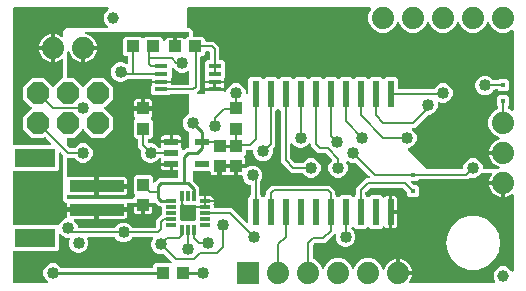
<source format=gbr>
G04 EAGLE Gerber RS-274X export*
G75*
%MOMM*%
%FSLAX34Y34*%
%LPD*%
%INTop Copper*%
%IPPOS*%
%AMOC8*
5,1,8,0,0,1.08239X$1,22.5*%
G01*
%ADD10R,1.100000X0.400000*%
%ADD11R,0.952400X0.300000*%
%ADD12R,0.300000X0.850800*%
%ADD13P,2.034460X8X22.500000*%
%ADD14R,4.600000X1.000000*%
%ADD15R,3.400000X1.600000*%
%ADD16R,0.600000X2.200000*%
%ADD17R,1.100000X1.000000*%
%ADD18R,1.000000X1.100000*%
%ADD19R,0.400000X0.400000*%
%ADD20C,1.879600*%
%ADD21R,1.879600X1.879600*%
%ADD22R,1.200000X0.550000*%
%ADD23C,1.000000*%
%ADD24C,0.203200*%
%ADD25C,1.016000*%
%ADD26C,0.254000*%

G36*
X384614Y100593D02*
X384614Y100593D01*
X384672Y100591D01*
X384754Y100613D01*
X384838Y100625D01*
X384891Y100649D01*
X384947Y100663D01*
X385020Y100706D01*
X385097Y100741D01*
X385142Y100779D01*
X385192Y100809D01*
X385250Y100870D01*
X385314Y100925D01*
X385346Y100973D01*
X385386Y101016D01*
X385425Y101091D01*
X385472Y101161D01*
X385489Y101217D01*
X385516Y101269D01*
X385527Y101337D01*
X385557Y101432D01*
X385560Y101532D01*
X385571Y101600D01*
X385571Y103217D01*
X386809Y106205D01*
X389095Y108491D01*
X392083Y109729D01*
X395317Y109729D01*
X398305Y108491D01*
X400591Y106205D01*
X401829Y103217D01*
X401829Y101600D01*
X401837Y101542D01*
X401835Y101484D01*
X401857Y101402D01*
X401869Y101319D01*
X401892Y101265D01*
X401907Y101209D01*
X401950Y101136D01*
X401985Y101059D01*
X402023Y101014D01*
X402052Y100964D01*
X402114Y100906D01*
X402168Y100842D01*
X402217Y100810D01*
X402260Y100770D01*
X402335Y100731D01*
X402405Y100685D01*
X402461Y100667D01*
X402513Y100640D01*
X402581Y100629D01*
X402676Y100599D01*
X402776Y100596D01*
X402844Y100585D01*
X414583Y100585D01*
X414613Y100589D01*
X414644Y100587D01*
X414721Y100604D01*
X414864Y100625D01*
X414923Y100651D01*
X414971Y100662D01*
X415711Y100969D01*
X415771Y101004D01*
X415835Y101030D01*
X415893Y101076D01*
X415956Y101113D01*
X416004Y101163D01*
X416058Y101206D01*
X416101Y101266D01*
X416151Y101320D01*
X416183Y101381D01*
X416223Y101438D01*
X416248Y101507D01*
X416282Y101573D01*
X416295Y101640D01*
X416318Y101706D01*
X416322Y101779D01*
X416337Y101852D01*
X416331Y101920D01*
X416335Y101989D01*
X416319Y102061D01*
X416312Y102135D01*
X416287Y102199D01*
X416272Y102267D01*
X416237Y102331D01*
X416210Y102400D01*
X416169Y102455D01*
X416135Y102516D01*
X416083Y102568D01*
X416039Y102627D01*
X415983Y102668D01*
X415934Y102717D01*
X415879Y102746D01*
X415811Y102797D01*
X415703Y102838D01*
X415637Y102872D01*
X414517Y103236D01*
X412843Y104089D01*
X411322Y105194D01*
X409994Y106522D01*
X408889Y108043D01*
X408036Y109717D01*
X407455Y111504D01*
X407334Y112269D01*
X418084Y112269D01*
X418142Y112277D01*
X418200Y112275D01*
X418282Y112297D01*
X418365Y112309D01*
X418419Y112333D01*
X418475Y112347D01*
X418548Y112390D01*
X418625Y112425D01*
X418669Y112463D01*
X418720Y112493D01*
X418777Y112554D01*
X418842Y112609D01*
X418874Y112657D01*
X418914Y112700D01*
X418953Y112775D01*
X418999Y112845D01*
X419017Y112901D01*
X419044Y112953D01*
X419055Y113021D01*
X419085Y113116D01*
X419088Y113216D01*
X419099Y113284D01*
X419099Y115316D01*
X419091Y115374D01*
X419092Y115432D01*
X419071Y115514D01*
X419059Y115597D01*
X419035Y115651D01*
X419021Y115707D01*
X418978Y115780D01*
X418943Y115857D01*
X418905Y115902D01*
X418875Y115952D01*
X418814Y116010D01*
X418759Y116074D01*
X418711Y116106D01*
X418668Y116146D01*
X418593Y116185D01*
X418523Y116231D01*
X418467Y116249D01*
X418415Y116276D01*
X418347Y116287D01*
X418252Y116317D01*
X418152Y116320D01*
X418084Y116331D01*
X407334Y116331D01*
X407455Y117096D01*
X408036Y118883D01*
X408889Y120557D01*
X409994Y122078D01*
X411322Y123406D01*
X412843Y124511D01*
X414517Y125364D01*
X415637Y125728D01*
X415699Y125758D01*
X415765Y125779D01*
X415826Y125820D01*
X415892Y125853D01*
X415943Y125899D01*
X416001Y125938D01*
X416048Y125994D01*
X416103Y126043D01*
X416139Y126102D01*
X416184Y126155D01*
X416214Y126222D01*
X416253Y126285D01*
X416271Y126352D01*
X416299Y126415D01*
X416309Y126488D01*
X416329Y126559D01*
X416329Y126628D01*
X416338Y126697D01*
X416328Y126769D01*
X416327Y126843D01*
X416307Y126910D01*
X416298Y126978D01*
X416267Y127045D01*
X416246Y127116D01*
X416209Y127174D01*
X416180Y127237D01*
X416133Y127293D01*
X416093Y127355D01*
X416041Y127401D01*
X415996Y127453D01*
X415943Y127486D01*
X415879Y127543D01*
X415775Y127592D01*
X415711Y127631D01*
X412049Y129148D01*
X408548Y132649D01*
X406653Y137224D01*
X406653Y142176D01*
X408548Y146751D01*
X412049Y150252D01*
X414409Y151229D01*
X414410Y151230D01*
X414411Y151230D01*
X414530Y151300D01*
X414653Y151373D01*
X414654Y151375D01*
X414656Y151375D01*
X414753Y151479D01*
X414849Y151580D01*
X414849Y151582D01*
X414850Y151583D01*
X414915Y151709D01*
X414979Y151833D01*
X414979Y151834D01*
X414980Y151836D01*
X414982Y151851D01*
X415034Y152112D01*
X415031Y152142D01*
X415035Y152167D01*
X415035Y153433D01*
X415028Y153482D01*
X415029Y153494D01*
X415024Y153511D01*
X415023Y153519D01*
X415020Y153607D01*
X415003Y153659D01*
X414995Y153714D01*
X414960Y153794D01*
X414933Y153877D01*
X414905Y153916D01*
X414879Y153974D01*
X414783Y154087D01*
X414738Y154151D01*
X414051Y154837D01*
X414051Y161363D01*
X415837Y163149D01*
X422363Y163149D01*
X424149Y161363D01*
X424149Y154837D01*
X423462Y154151D01*
X423410Y154081D01*
X423350Y154017D01*
X423324Y153967D01*
X423291Y153923D01*
X423260Y153842D01*
X423220Y153764D01*
X423212Y153716D01*
X423190Y153658D01*
X423181Y153554D01*
X423179Y153546D01*
X423178Y153512D01*
X423178Y153510D01*
X423165Y153433D01*
X423165Y152167D01*
X423165Y152165D01*
X423165Y152164D01*
X423185Y152023D01*
X423205Y151885D01*
X423205Y151884D01*
X423205Y151882D01*
X423262Y151757D01*
X423321Y151626D01*
X423322Y151625D01*
X423323Y151623D01*
X423415Y151515D01*
X423504Y151409D01*
X423506Y151408D01*
X423507Y151407D01*
X423520Y151399D01*
X423741Y151251D01*
X423770Y151242D01*
X423791Y151229D01*
X426150Y150252D01*
X426256Y150146D01*
X426280Y150129D01*
X426299Y150106D01*
X426393Y150043D01*
X426483Y149975D01*
X426511Y149965D01*
X426535Y149949D01*
X426643Y149914D01*
X426749Y149874D01*
X426778Y149872D01*
X426806Y149863D01*
X426919Y149860D01*
X427032Y149850D01*
X427061Y149856D01*
X427090Y149856D01*
X427200Y149884D01*
X427311Y149906D01*
X427337Y149920D01*
X427365Y149927D01*
X427462Y149985D01*
X427563Y150037D01*
X427585Y150058D01*
X427610Y150073D01*
X427687Y150155D01*
X427769Y150233D01*
X427784Y150258D01*
X427804Y150280D01*
X427856Y150381D01*
X427913Y150478D01*
X427920Y150507D01*
X427934Y150533D01*
X427947Y150610D01*
X427983Y150754D01*
X427981Y150816D01*
X427989Y150864D01*
X427989Y217436D01*
X427985Y217465D01*
X427988Y217494D01*
X427965Y217605D01*
X427949Y217717D01*
X427937Y217744D01*
X427932Y217773D01*
X427880Y217873D01*
X427833Y217977D01*
X427814Y217999D01*
X427801Y218025D01*
X427723Y218107D01*
X427650Y218194D01*
X427625Y218210D01*
X427605Y218231D01*
X427507Y218289D01*
X427413Y218351D01*
X427385Y218360D01*
X427360Y218375D01*
X427250Y218403D01*
X427142Y218437D01*
X427113Y218438D01*
X427084Y218445D01*
X426971Y218442D01*
X426858Y218444D01*
X426829Y218437D01*
X426800Y218436D01*
X426692Y218401D01*
X426583Y218373D01*
X426557Y218358D01*
X426529Y218349D01*
X426466Y218303D01*
X426338Y218227D01*
X426295Y218182D01*
X426256Y218154D01*
X426150Y218048D01*
X421576Y216153D01*
X416624Y216153D01*
X412049Y218048D01*
X408548Y221549D01*
X407338Y224471D01*
X407323Y224496D01*
X407314Y224524D01*
X407251Y224619D01*
X407193Y224716D01*
X407172Y224736D01*
X407156Y224761D01*
X407069Y224834D01*
X406987Y224911D01*
X406961Y224925D01*
X406938Y224944D01*
X406835Y224990D01*
X406734Y225041D01*
X406705Y225047D01*
X406678Y225059D01*
X406566Y225075D01*
X406455Y225096D01*
X406426Y225094D01*
X406397Y225098D01*
X406285Y225082D01*
X406172Y225072D01*
X406145Y225061D01*
X406115Y225057D01*
X406012Y225011D01*
X405907Y224970D01*
X405883Y224952D01*
X405856Y224940D01*
X405770Y224867D01*
X405680Y224798D01*
X405662Y224775D01*
X405640Y224756D01*
X405598Y224689D01*
X405510Y224571D01*
X405488Y224512D01*
X405462Y224471D01*
X404252Y221549D01*
X400751Y218048D01*
X396176Y216153D01*
X391224Y216153D01*
X386649Y218048D01*
X383148Y221549D01*
X381938Y224471D01*
X381923Y224496D01*
X381914Y224524D01*
X381851Y224619D01*
X381793Y224716D01*
X381772Y224736D01*
X381756Y224761D01*
X381669Y224834D01*
X381587Y224911D01*
X381561Y224925D01*
X381538Y224944D01*
X381435Y224990D01*
X381334Y225041D01*
X381305Y225047D01*
X381278Y225059D01*
X381166Y225075D01*
X381055Y225096D01*
X381026Y225094D01*
X380997Y225098D01*
X380885Y225082D01*
X380772Y225072D01*
X380745Y225061D01*
X380715Y225057D01*
X380612Y225011D01*
X380507Y224970D01*
X380483Y224952D01*
X380456Y224940D01*
X380370Y224867D01*
X380280Y224798D01*
X380262Y224775D01*
X380240Y224756D01*
X380198Y224689D01*
X380110Y224571D01*
X380088Y224512D01*
X380062Y224471D01*
X378852Y221549D01*
X375351Y218048D01*
X370776Y216153D01*
X365824Y216153D01*
X361249Y218048D01*
X357748Y221549D01*
X356538Y224471D01*
X356523Y224496D01*
X356514Y224524D01*
X356451Y224619D01*
X356393Y224716D01*
X356372Y224736D01*
X356356Y224761D01*
X356269Y224834D01*
X356187Y224911D01*
X356161Y224925D01*
X356138Y224944D01*
X356035Y224990D01*
X355934Y225041D01*
X355905Y225047D01*
X355878Y225059D01*
X355766Y225075D01*
X355655Y225096D01*
X355626Y225094D01*
X355597Y225098D01*
X355485Y225082D01*
X355372Y225072D01*
X355345Y225061D01*
X355315Y225057D01*
X355212Y225011D01*
X355107Y224970D01*
X355083Y224952D01*
X355056Y224940D01*
X354970Y224867D01*
X354880Y224798D01*
X354862Y224775D01*
X354840Y224756D01*
X354798Y224689D01*
X354710Y224571D01*
X354688Y224512D01*
X354662Y224471D01*
X353452Y221549D01*
X349951Y218048D01*
X345376Y216153D01*
X340424Y216153D01*
X335849Y218048D01*
X332348Y221549D01*
X331138Y224471D01*
X331123Y224496D01*
X331114Y224524D01*
X331051Y224619D01*
X330993Y224716D01*
X330972Y224736D01*
X330956Y224761D01*
X330869Y224834D01*
X330787Y224911D01*
X330761Y224925D01*
X330738Y224944D01*
X330635Y224990D01*
X330534Y225041D01*
X330505Y225047D01*
X330478Y225059D01*
X330366Y225075D01*
X330255Y225096D01*
X330226Y225094D01*
X330197Y225098D01*
X330085Y225082D01*
X329972Y225072D01*
X329945Y225061D01*
X329915Y225057D01*
X329812Y225011D01*
X329707Y224970D01*
X329683Y224952D01*
X329656Y224940D01*
X329570Y224867D01*
X329480Y224798D01*
X329462Y224775D01*
X329440Y224756D01*
X329398Y224689D01*
X329310Y224571D01*
X329288Y224512D01*
X329262Y224471D01*
X328052Y221549D01*
X324551Y218048D01*
X319976Y216153D01*
X315024Y216153D01*
X310449Y218048D01*
X306948Y221549D01*
X305053Y226124D01*
X305053Y231076D01*
X306948Y235650D01*
X307054Y235756D01*
X307071Y235780D01*
X307094Y235799D01*
X307157Y235893D01*
X307225Y235983D01*
X307235Y236011D01*
X307251Y236035D01*
X307286Y236143D01*
X307326Y236249D01*
X307328Y236278D01*
X307337Y236306D01*
X307340Y236419D01*
X307350Y236532D01*
X307344Y236561D01*
X307344Y236590D01*
X307316Y236700D01*
X307294Y236811D01*
X307280Y236837D01*
X307273Y236865D01*
X307215Y236962D01*
X307163Y237063D01*
X307142Y237085D01*
X307127Y237110D01*
X307045Y237187D01*
X306967Y237269D01*
X306942Y237284D01*
X306920Y237304D01*
X306819Y237356D01*
X306722Y237413D01*
X306693Y237420D01*
X306667Y237434D01*
X306590Y237447D01*
X306446Y237483D01*
X306384Y237481D01*
X306336Y237489D01*
X152400Y237489D01*
X152342Y237481D01*
X152284Y237483D01*
X152202Y237461D01*
X152119Y237449D01*
X152065Y237426D01*
X152009Y237411D01*
X151936Y237368D01*
X151859Y237333D01*
X151814Y237295D01*
X151764Y237266D01*
X151706Y237204D01*
X151642Y237150D01*
X151610Y237101D01*
X151570Y237058D01*
X151531Y236983D01*
X151485Y236913D01*
X151467Y236857D01*
X151440Y236805D01*
X151429Y236737D01*
X151399Y236642D01*
X151396Y236542D01*
X151385Y236474D01*
X151385Y220980D01*
X151393Y220922D01*
X151391Y220864D01*
X151413Y220782D01*
X151425Y220698D01*
X151449Y220645D01*
X151463Y220589D01*
X151506Y220516D01*
X151541Y220439D01*
X151579Y220394D01*
X151609Y220344D01*
X151670Y220286D01*
X151725Y220222D01*
X151773Y220190D01*
X151816Y220150D01*
X151891Y220111D01*
X151961Y220064D01*
X152017Y220047D01*
X152069Y220020D01*
X152137Y220009D01*
X152232Y219979D01*
X152332Y219976D01*
X152400Y219965D01*
X154084Y219965D01*
X156465Y217584D01*
X156465Y213534D01*
X156473Y213476D01*
X156471Y213418D01*
X156493Y213336D01*
X156505Y213252D01*
X156528Y213199D01*
X156543Y213143D01*
X156586Y213070D01*
X156621Y212993D01*
X156659Y212948D01*
X156688Y212898D01*
X156750Y212840D01*
X156804Y212776D01*
X156853Y212744D01*
X156896Y212704D01*
X156971Y212665D01*
X157041Y212618D01*
X157097Y212601D01*
X157149Y212574D01*
X157217Y212563D01*
X157312Y212533D01*
X157412Y212530D01*
X157480Y212519D01*
X165123Y212519D01*
X166909Y210733D01*
X166909Y209550D01*
X166917Y209492D01*
X166915Y209434D01*
X166937Y209352D01*
X166949Y209268D01*
X166972Y209215D01*
X166987Y209159D01*
X167030Y209086D01*
X167065Y209009D01*
X167103Y208964D01*
X167132Y208914D01*
X167194Y208856D01*
X167248Y208792D01*
X167297Y208760D01*
X167340Y208720D01*
X167415Y208681D01*
X167485Y208634D01*
X167541Y208617D01*
X167593Y208590D01*
X167661Y208579D01*
X167756Y208549D01*
X167856Y208546D01*
X167924Y208535D01*
X174404Y208535D01*
X178965Y203974D01*
X178965Y193614D01*
X178973Y193556D01*
X178971Y193498D01*
X178993Y193416D01*
X179005Y193332D01*
X179028Y193279D01*
X179043Y193223D01*
X179086Y193150D01*
X179121Y193073D01*
X179159Y193028D01*
X179188Y192978D01*
X179250Y192920D01*
X179304Y192856D01*
X179353Y192824D01*
X179396Y192784D01*
X179471Y192745D01*
X179541Y192698D01*
X179597Y192681D01*
X179649Y192654D01*
X179717Y192643D01*
X179812Y192613D01*
X179912Y192610D01*
X179980Y192599D01*
X181663Y192599D01*
X183449Y190813D01*
X183449Y177787D01*
X183238Y177577D01*
X183186Y177507D01*
X183126Y177443D01*
X183100Y177393D01*
X183067Y177349D01*
X183036Y177268D01*
X182996Y177190D01*
X182988Y177142D01*
X182966Y177084D01*
X182954Y176936D01*
X182941Y176859D01*
X182941Y175565D01*
X174900Y175565D01*
X166859Y175565D01*
X166859Y176859D01*
X166847Y176945D01*
X166844Y177033D01*
X166827Y177085D01*
X166819Y177140D01*
X166784Y177220D01*
X166757Y177303D01*
X166729Y177342D01*
X166703Y177400D01*
X166607Y177513D01*
X166562Y177577D01*
X166351Y177787D01*
X166351Y190813D01*
X168137Y192599D01*
X169820Y192599D01*
X169878Y192607D01*
X169936Y192605D01*
X170018Y192627D01*
X170102Y192639D01*
X170155Y192662D01*
X170211Y192677D01*
X170284Y192720D01*
X170361Y192755D01*
X170406Y192793D01*
X170456Y192822D01*
X170514Y192884D01*
X170578Y192938D01*
X170610Y192987D01*
X170650Y193030D01*
X170689Y193105D01*
X170736Y193175D01*
X170753Y193231D01*
X170780Y193283D01*
X170791Y193351D01*
X170821Y193446D01*
X170824Y193546D01*
X170835Y193614D01*
X170835Y199390D01*
X170827Y199448D01*
X170829Y199506D01*
X170807Y199588D01*
X170795Y199672D01*
X170772Y199725D01*
X170757Y199781D01*
X170714Y199854D01*
X170679Y199931D01*
X170641Y199976D01*
X170612Y200026D01*
X170550Y200084D01*
X170496Y200148D01*
X170447Y200180D01*
X170404Y200220D01*
X170329Y200259D01*
X170259Y200306D01*
X170203Y200323D01*
X170151Y200350D01*
X170083Y200361D01*
X169988Y200391D01*
X169888Y200394D01*
X169820Y200405D01*
X167924Y200405D01*
X167866Y200397D01*
X167808Y200399D01*
X167726Y200377D01*
X167642Y200365D01*
X167589Y200342D01*
X167533Y200327D01*
X167460Y200284D01*
X167383Y200249D01*
X167338Y200211D01*
X167288Y200182D01*
X167230Y200120D01*
X167166Y200066D01*
X167134Y200017D01*
X167094Y199974D01*
X167055Y199899D01*
X167008Y199829D01*
X166991Y199773D01*
X166964Y199721D01*
X166953Y199653D01*
X166923Y199558D01*
X166920Y199458D01*
X166909Y199390D01*
X166909Y198207D01*
X165123Y196421D01*
X163830Y196421D01*
X163772Y196413D01*
X163714Y196415D01*
X163632Y196393D01*
X163548Y196381D01*
X163495Y196358D01*
X163439Y196343D01*
X163366Y196300D01*
X163289Y196265D01*
X163244Y196227D01*
X163194Y196198D01*
X163136Y196136D01*
X163072Y196082D01*
X163040Y196033D01*
X163000Y195990D01*
X162961Y195915D01*
X162914Y195845D01*
X162897Y195789D01*
X162870Y195737D01*
X162859Y195669D01*
X162829Y195574D01*
X162826Y195474D01*
X162815Y195406D01*
X162815Y168496D01*
X160136Y165818D01*
X160119Y165795D01*
X160096Y165776D01*
X160033Y165681D01*
X159965Y165591D01*
X159955Y165563D01*
X159939Y165539D01*
X159904Y165430D01*
X159864Y165325D01*
X159862Y165296D01*
X159853Y165268D01*
X159850Y165154D01*
X159841Y165042D01*
X159846Y165013D01*
X159846Y164984D01*
X159874Y164874D01*
X159897Y164763D01*
X159910Y164737D01*
X159917Y164709D01*
X159976Y164611D01*
X160028Y164511D01*
X160048Y164490D01*
X160063Y164464D01*
X160146Y164386D01*
X160223Y164305D01*
X160249Y164290D01*
X160270Y164270D01*
X160371Y164218D01*
X160469Y164161D01*
X160497Y164154D01*
X160523Y164140D01*
X160601Y164127D01*
X160744Y164091D01*
X160807Y164093D01*
X160854Y164085D01*
X165973Y164085D01*
X166021Y164092D01*
X166070Y164089D01*
X166162Y164111D01*
X166255Y164125D01*
X166299Y164145D01*
X166347Y164156D01*
X166428Y164202D01*
X166514Y164241D01*
X166551Y164272D01*
X166594Y164297D01*
X166659Y164364D01*
X166731Y164425D01*
X166758Y164465D01*
X166792Y164500D01*
X166837Y164583D01*
X166889Y164661D01*
X166903Y164708D01*
X166926Y164751D01*
X166946Y164843D01*
X166974Y164932D01*
X166976Y164981D01*
X166986Y165029D01*
X166979Y165103D01*
X166982Y165216D01*
X166960Y165300D01*
X166954Y165363D01*
X166859Y165716D01*
X166859Y167035D01*
X174900Y167035D01*
X182945Y167035D01*
X182953Y166978D01*
X182955Y166893D01*
X182973Y166838D01*
X182981Y166782D01*
X183016Y166704D01*
X183042Y166622D01*
X183074Y166575D01*
X183097Y166523D01*
X183152Y166457D01*
X183200Y166386D01*
X183244Y166349D01*
X183280Y166306D01*
X183352Y166258D01*
X183418Y166203D01*
X183470Y166180D01*
X183517Y166148D01*
X183599Y166122D01*
X183678Y166087D01*
X183734Y166079D01*
X183788Y166062D01*
X183874Y166060D01*
X183959Y166048D01*
X184015Y166056D01*
X184072Y166055D01*
X184155Y166077D01*
X184240Y166089D01*
X184292Y166112D01*
X184347Y166127D01*
X184421Y166171D01*
X184500Y166206D01*
X184543Y166243D01*
X184592Y166272D01*
X184651Y166335D01*
X184716Y166390D01*
X184742Y166432D01*
X184786Y166479D01*
X184852Y166609D01*
X184894Y166675D01*
X186149Y169705D01*
X188435Y171991D01*
X191423Y173229D01*
X194657Y173229D01*
X197645Y171991D01*
X199931Y169705D01*
X201169Y166717D01*
X201169Y165100D01*
X201177Y165042D01*
X201175Y164984D01*
X201197Y164902D01*
X201209Y164819D01*
X201232Y164765D01*
X201247Y164709D01*
X201290Y164636D01*
X201325Y164559D01*
X201363Y164514D01*
X201392Y164464D01*
X201454Y164406D01*
X201508Y164342D01*
X201557Y164310D01*
X201600Y164270D01*
X201675Y164231D01*
X201745Y164185D01*
X201801Y164167D01*
X201853Y164140D01*
X201921Y164129D01*
X202016Y164099D01*
X202116Y164096D01*
X202184Y164085D01*
X202486Y164085D01*
X202544Y164093D01*
X202602Y164091D01*
X202684Y164113D01*
X202768Y164125D01*
X202821Y164149D01*
X202877Y164163D01*
X202950Y164206D01*
X203027Y164241D01*
X203072Y164279D01*
X203122Y164309D01*
X203180Y164370D01*
X203244Y164425D01*
X203276Y164473D01*
X203316Y164516D01*
X203355Y164591D01*
X203402Y164661D01*
X203419Y164717D01*
X203446Y164769D01*
X203457Y164837D01*
X203487Y164932D01*
X203490Y165032D01*
X203501Y165100D01*
X203501Y176563D01*
X205287Y178349D01*
X213813Y178349D01*
X215182Y176979D01*
X215229Y176944D01*
X215269Y176902D01*
X215342Y176859D01*
X215409Y176809D01*
X215464Y176788D01*
X215514Y176758D01*
X215596Y176737D01*
X215675Y176707D01*
X215733Y176702D01*
X215790Y176688D01*
X215874Y176691D01*
X215958Y176684D01*
X216016Y176695D01*
X216074Y176697D01*
X216154Y176723D01*
X216237Y176740D01*
X216289Y176767D01*
X216345Y176785D01*
X216401Y176825D01*
X216489Y176871D01*
X216562Y176939D01*
X216618Y176979D01*
X217987Y178349D01*
X226513Y178349D01*
X227882Y176979D01*
X227929Y176944D01*
X227969Y176902D01*
X228042Y176859D01*
X228109Y176809D01*
X228164Y176788D01*
X228214Y176758D01*
X228296Y176737D01*
X228375Y176707D01*
X228433Y176702D01*
X228490Y176688D01*
X228574Y176691D01*
X228658Y176684D01*
X228716Y176695D01*
X228774Y176697D01*
X228854Y176723D01*
X228937Y176740D01*
X228989Y176767D01*
X229045Y176785D01*
X229101Y176825D01*
X229189Y176871D01*
X229262Y176939D01*
X229318Y176979D01*
X230687Y178349D01*
X239213Y178349D01*
X240582Y176979D01*
X240629Y176944D01*
X240669Y176902D01*
X240742Y176859D01*
X240809Y176809D01*
X240864Y176788D01*
X240914Y176758D01*
X240996Y176737D01*
X241075Y176707D01*
X241133Y176702D01*
X241190Y176688D01*
X241274Y176691D01*
X241358Y176684D01*
X241416Y176695D01*
X241474Y176697D01*
X241554Y176723D01*
X241637Y176740D01*
X241689Y176767D01*
X241745Y176785D01*
X241801Y176825D01*
X241889Y176871D01*
X241962Y176939D01*
X242018Y176979D01*
X243387Y178349D01*
X251913Y178349D01*
X253282Y176979D01*
X253329Y176944D01*
X253369Y176902D01*
X253442Y176859D01*
X253509Y176809D01*
X253564Y176788D01*
X253614Y176758D01*
X253696Y176737D01*
X253775Y176707D01*
X253833Y176702D01*
X253890Y176688D01*
X253974Y176691D01*
X254058Y176684D01*
X254116Y176695D01*
X254174Y176697D01*
X254254Y176723D01*
X254337Y176740D01*
X254389Y176767D01*
X254445Y176785D01*
X254501Y176825D01*
X254589Y176871D01*
X254662Y176939D01*
X254718Y176979D01*
X256087Y178349D01*
X264613Y178349D01*
X265982Y176979D01*
X266029Y176944D01*
X266069Y176902D01*
X266142Y176859D01*
X266209Y176809D01*
X266264Y176788D01*
X266314Y176758D01*
X266396Y176737D01*
X266475Y176707D01*
X266533Y176702D01*
X266590Y176688D01*
X266674Y176691D01*
X266758Y176684D01*
X266816Y176695D01*
X266874Y176697D01*
X266954Y176723D01*
X267037Y176740D01*
X267089Y176767D01*
X267145Y176785D01*
X267201Y176825D01*
X267289Y176871D01*
X267362Y176939D01*
X267418Y176979D01*
X268787Y178349D01*
X277313Y178349D01*
X278682Y176979D01*
X278729Y176944D01*
X278769Y176902D01*
X278842Y176859D01*
X278909Y176809D01*
X278964Y176788D01*
X279014Y176758D01*
X279096Y176737D01*
X279175Y176707D01*
X279233Y176702D01*
X279290Y176688D01*
X279374Y176691D01*
X279458Y176684D01*
X279516Y176695D01*
X279574Y176697D01*
X279654Y176723D01*
X279737Y176740D01*
X279789Y176767D01*
X279845Y176785D01*
X279901Y176825D01*
X279989Y176871D01*
X280062Y176939D01*
X280118Y176979D01*
X281487Y178349D01*
X290013Y178349D01*
X291382Y176979D01*
X291429Y176944D01*
X291469Y176902D01*
X291542Y176859D01*
X291609Y176809D01*
X291664Y176788D01*
X291714Y176758D01*
X291796Y176737D01*
X291875Y176707D01*
X291933Y176702D01*
X291990Y176688D01*
X292074Y176691D01*
X292158Y176684D01*
X292216Y176695D01*
X292274Y176697D01*
X292354Y176723D01*
X292437Y176740D01*
X292489Y176767D01*
X292545Y176785D01*
X292601Y176825D01*
X292689Y176871D01*
X292762Y176939D01*
X292818Y176979D01*
X294187Y178349D01*
X302713Y178349D01*
X304082Y176979D01*
X304129Y176944D01*
X304169Y176902D01*
X304242Y176859D01*
X304309Y176809D01*
X304364Y176788D01*
X304414Y176758D01*
X304496Y176737D01*
X304575Y176707D01*
X304633Y176702D01*
X304690Y176688D01*
X304774Y176691D01*
X304858Y176684D01*
X304916Y176695D01*
X304974Y176697D01*
X305054Y176723D01*
X305137Y176740D01*
X305189Y176767D01*
X305245Y176785D01*
X305301Y176825D01*
X305389Y176871D01*
X305462Y176939D01*
X305518Y176979D01*
X306887Y178349D01*
X315413Y178349D01*
X316782Y176979D01*
X316829Y176944D01*
X316869Y176902D01*
X316942Y176859D01*
X317009Y176809D01*
X317064Y176788D01*
X317114Y176758D01*
X317196Y176737D01*
X317275Y176707D01*
X317333Y176702D01*
X317390Y176688D01*
X317474Y176691D01*
X317558Y176684D01*
X317616Y176695D01*
X317674Y176697D01*
X317754Y176723D01*
X317837Y176740D01*
X317889Y176767D01*
X317945Y176785D01*
X318001Y176825D01*
X318089Y176871D01*
X318162Y176939D01*
X318218Y176979D01*
X319587Y178349D01*
X328113Y178349D01*
X329899Y176563D01*
X329899Y169380D01*
X329907Y169322D01*
X329905Y169264D01*
X329927Y169182D01*
X329939Y169098D01*
X329962Y169045D01*
X329977Y168989D01*
X330020Y168916D01*
X330055Y168839D01*
X330093Y168794D01*
X330122Y168744D01*
X330184Y168686D01*
X330238Y168622D01*
X330287Y168590D01*
X330330Y168550D01*
X330405Y168511D01*
X330475Y168464D01*
X330531Y168447D01*
X330583Y168420D01*
X330651Y168409D01*
X330746Y168379D01*
X330846Y168376D01*
X330914Y168365D01*
X360175Y168365D01*
X360177Y168365D01*
X360179Y168365D01*
X360319Y168385D01*
X360457Y168405D01*
X360458Y168405D01*
X360460Y168405D01*
X360586Y168462D01*
X360716Y168521D01*
X360718Y168522D01*
X360719Y168523D01*
X360826Y168614D01*
X360933Y168704D01*
X360934Y168706D01*
X360935Y168707D01*
X360944Y168720D01*
X361091Y168941D01*
X361100Y168970D01*
X361113Y168991D01*
X361409Y169705D01*
X363695Y171991D01*
X366683Y173229D01*
X369917Y173229D01*
X372905Y171991D01*
X375191Y169705D01*
X376429Y166717D01*
X376429Y163483D01*
X375191Y160495D01*
X372905Y158209D01*
X369917Y156971D01*
X366683Y156971D01*
X365133Y157614D01*
X365021Y157642D01*
X364912Y157677D01*
X364884Y157678D01*
X364857Y157684D01*
X364743Y157681D01*
X364628Y157684D01*
X364601Y157677D01*
X364573Y157676D01*
X364464Y157641D01*
X364353Y157612D01*
X364329Y157598D01*
X364302Y157590D01*
X364207Y157526D01*
X364108Y157467D01*
X364089Y157447D01*
X364066Y157431D01*
X363992Y157344D01*
X363914Y157260D01*
X363901Y157235D01*
X363883Y157214D01*
X363837Y157109D01*
X363784Y157007D01*
X363780Y156982D01*
X363768Y156954D01*
X363731Y156690D01*
X363729Y156676D01*
X363729Y153323D01*
X362491Y150335D01*
X360205Y148049D01*
X357217Y146811D01*
X356180Y146811D01*
X356094Y146799D01*
X356006Y146796D01*
X355954Y146779D01*
X355899Y146771D01*
X355819Y146736D01*
X355736Y146709D01*
X355696Y146681D01*
X355639Y146655D01*
X355526Y146559D01*
X355462Y146514D01*
X344584Y135635D01*
X343132Y135635D01*
X343102Y135631D01*
X343073Y135634D01*
X342962Y135611D01*
X342850Y135595D01*
X342823Y135583D01*
X342795Y135578D01*
X342694Y135525D01*
X342591Y135479D01*
X342568Y135460D01*
X342542Y135447D01*
X342460Y135369D01*
X342374Y135296D01*
X342357Y135271D01*
X342336Y135251D01*
X342279Y135153D01*
X342216Y135059D01*
X342207Y135031D01*
X342192Y135006D01*
X342164Y134896D01*
X342130Y134788D01*
X342129Y134758D01*
X342122Y134730D01*
X342126Y134617D01*
X342123Y134504D01*
X342130Y134475D01*
X342131Y134446D01*
X342166Y134338D01*
X342195Y134229D01*
X342210Y134203D01*
X342219Y134175D01*
X342264Y134112D01*
X342340Y133984D01*
X342386Y133941D01*
X342414Y133902D01*
X344711Y131605D01*
X345949Y128617D01*
X345949Y125383D01*
X344711Y122395D01*
X342425Y120109D01*
X339437Y118871D01*
X339344Y118871D01*
X339315Y118867D01*
X339286Y118870D01*
X339175Y118847D01*
X339062Y118831D01*
X339036Y118819D01*
X339007Y118814D01*
X338906Y118762D01*
X338803Y118715D01*
X338781Y118696D01*
X338755Y118683D01*
X338673Y118605D01*
X338586Y118532D01*
X338570Y118507D01*
X338549Y118487D01*
X338491Y118389D01*
X338428Y118295D01*
X338420Y118267D01*
X338405Y118242D01*
X338377Y118132D01*
X338343Y118024D01*
X338342Y117994D01*
X338335Y117966D01*
X338338Y117853D01*
X338335Y117740D01*
X338343Y117711D01*
X338344Y117682D01*
X338379Y117574D01*
X338407Y117465D01*
X338422Y117439D01*
X338431Y117411D01*
X338477Y117348D01*
X338552Y117220D01*
X338564Y117210D01*
X338565Y117208D01*
X338600Y117175D01*
X338626Y117138D01*
X354882Y100882D01*
X354952Y100830D01*
X355016Y100770D01*
X355065Y100744D01*
X355109Y100711D01*
X355191Y100680D01*
X355269Y100640D01*
X355317Y100632D01*
X355375Y100610D01*
X355523Y100598D01*
X355600Y100585D01*
X384556Y100585D01*
X384614Y100593D01*
G37*
G36*
X411645Y3815D02*
X411645Y3815D01*
X411674Y3812D01*
X411785Y3835D01*
X411897Y3851D01*
X411924Y3863D01*
X411953Y3868D01*
X412053Y3921D01*
X412157Y3967D01*
X412179Y3986D01*
X412205Y3999D01*
X412287Y4077D01*
X412374Y4150D01*
X412390Y4175D01*
X412411Y4195D01*
X412468Y4293D01*
X412531Y4387D01*
X412540Y4415D01*
X412555Y4440D01*
X412583Y4550D01*
X412617Y4658D01*
X412618Y4687D01*
X412625Y4716D01*
X412621Y4829D01*
X412624Y4942D01*
X412617Y4971D01*
X412616Y5000D01*
X412581Y5108D01*
X412552Y5217D01*
X412537Y5243D01*
X412528Y5271D01*
X412483Y5335D01*
X412407Y5462D01*
X412362Y5505D01*
X412333Y5544D01*
X412277Y5601D01*
X411051Y8559D01*
X411051Y11761D01*
X412277Y14719D01*
X414541Y16983D01*
X417499Y18209D01*
X420701Y18209D01*
X423659Y16983D01*
X425923Y14719D01*
X426036Y14447D01*
X426080Y14373D01*
X426115Y14295D01*
X426152Y14251D01*
X426181Y14202D01*
X426243Y14143D01*
X426299Y14078D01*
X426346Y14046D01*
X426387Y14007D01*
X426463Y13968D01*
X426535Y13920D01*
X426589Y13903D01*
X426640Y13877D01*
X426724Y13860D01*
X426806Y13834D01*
X426863Y13833D01*
X426919Y13822D01*
X427004Y13829D01*
X427090Y13827D01*
X427145Y13841D01*
X427202Y13846D01*
X427282Y13877D01*
X427365Y13899D01*
X427414Y13928D01*
X427467Y13948D01*
X427536Y14000D01*
X427610Y14044D01*
X427649Y14086D01*
X427694Y14120D01*
X427746Y14189D01*
X427804Y14252D01*
X427830Y14302D01*
X427864Y14348D01*
X427895Y14428D01*
X427934Y14505D01*
X427942Y14553D01*
X427965Y14614D01*
X427976Y14758D01*
X427989Y14836D01*
X427989Y78609D01*
X427976Y78700D01*
X427973Y78792D01*
X427957Y78840D01*
X427949Y78890D01*
X427912Y78974D01*
X427883Y79062D01*
X427854Y79103D01*
X427833Y79150D01*
X427774Y79220D01*
X427722Y79296D01*
X427682Y79328D01*
X427650Y79367D01*
X427573Y79418D01*
X427502Y79476D01*
X427455Y79496D01*
X427413Y79524D01*
X427325Y79552D01*
X427241Y79588D01*
X427190Y79595D01*
X427142Y79610D01*
X427050Y79612D01*
X426959Y79624D01*
X426908Y79616D01*
X426858Y79617D01*
X426769Y79594D01*
X426678Y79580D01*
X426638Y79560D01*
X426583Y79546D01*
X426446Y79465D01*
X426377Y79430D01*
X425357Y78689D01*
X423683Y77836D01*
X421896Y77255D01*
X421131Y77134D01*
X421131Y87884D01*
X421123Y87942D01*
X421125Y88000D01*
X421103Y88082D01*
X421091Y88165D01*
X421067Y88219D01*
X421053Y88275D01*
X421010Y88348D01*
X420975Y88425D01*
X420937Y88469D01*
X420907Y88520D01*
X420846Y88577D01*
X420791Y88642D01*
X420743Y88674D01*
X420700Y88714D01*
X420625Y88753D01*
X420555Y88799D01*
X420499Y88817D01*
X420447Y88844D01*
X420379Y88855D01*
X420284Y88885D01*
X420184Y88888D01*
X420116Y88899D01*
X419099Y88899D01*
X419099Y89916D01*
X419091Y89974D01*
X419092Y90032D01*
X419071Y90114D01*
X419059Y90197D01*
X419035Y90251D01*
X419021Y90307D01*
X418978Y90380D01*
X418943Y90457D01*
X418905Y90502D01*
X418875Y90552D01*
X418814Y90610D01*
X418759Y90674D01*
X418711Y90706D01*
X418668Y90746D01*
X418593Y90785D01*
X418523Y90831D01*
X418467Y90849D01*
X418415Y90876D01*
X418347Y90887D01*
X418252Y90917D01*
X418152Y90920D01*
X418084Y90931D01*
X407334Y90931D01*
X407455Y91696D01*
X408036Y93483D01*
X408889Y95157D01*
X409446Y95923D01*
X409489Y96005D01*
X409540Y96081D01*
X409555Y96130D01*
X409579Y96174D01*
X409598Y96264D01*
X409626Y96352D01*
X409627Y96403D01*
X409637Y96453D01*
X409631Y96544D01*
X409633Y96636D01*
X409620Y96685D01*
X409616Y96736D01*
X409584Y96822D01*
X409561Y96911D01*
X409535Y96955D01*
X409517Y97003D01*
X409463Y97077D01*
X409416Y97156D01*
X409379Y97191D01*
X409349Y97231D01*
X409276Y97287D01*
X409208Y97350D01*
X409163Y97373D01*
X409123Y97404D01*
X409037Y97438D01*
X408955Y97480D01*
X408911Y97487D01*
X408858Y97508D01*
X408700Y97523D01*
X408624Y97535D01*
X401493Y97535D01*
X401492Y97535D01*
X401490Y97535D01*
X401351Y97515D01*
X401212Y97495D01*
X401210Y97495D01*
X401209Y97495D01*
X401082Y97437D01*
X400952Y97379D01*
X400951Y97378D01*
X400950Y97377D01*
X400841Y97285D01*
X400735Y97196D01*
X400734Y97194D01*
X400733Y97193D01*
X400725Y97180D01*
X400623Y97028D01*
X398305Y94709D01*
X395317Y93471D01*
X392030Y93471D01*
X391895Y93506D01*
X391893Y93506D01*
X391892Y93507D01*
X391751Y93502D01*
X391611Y93498D01*
X391609Y93498D01*
X391607Y93498D01*
X391473Y93454D01*
X391340Y93411D01*
X391338Y93411D01*
X391337Y93410D01*
X391325Y93401D01*
X391104Y93253D01*
X391084Y93230D01*
X391064Y93215D01*
X389684Y91835D01*
X347567Y91835D01*
X347481Y91823D01*
X347393Y91820D01*
X347341Y91803D01*
X347286Y91795D01*
X347206Y91760D01*
X347123Y91733D01*
X347083Y91705D01*
X347026Y91679D01*
X346913Y91583D01*
X346849Y91538D01*
X346163Y90851D01*
X342148Y90851D01*
X342119Y90847D01*
X342090Y90850D01*
X341979Y90827D01*
X341867Y90811D01*
X341840Y90799D01*
X341811Y90794D01*
X341710Y90741D01*
X341607Y90695D01*
X341585Y90676D01*
X341559Y90663D01*
X341477Y90585D01*
X341390Y90512D01*
X341374Y90487D01*
X341353Y90467D01*
X341296Y90369D01*
X341233Y90275D01*
X341224Y90247D01*
X341209Y90222D01*
X341181Y90112D01*
X341147Y90004D01*
X341146Y89974D01*
X341139Y89946D01*
X341142Y89833D01*
X341140Y89720D01*
X341147Y89691D01*
X341148Y89662D01*
X341183Y89554D01*
X341211Y89445D01*
X341226Y89419D01*
X341235Y89391D01*
X341281Y89328D01*
X341357Y89200D01*
X341402Y89157D01*
X341430Y89118D01*
X343302Y87246D01*
X343372Y87194D01*
X343436Y87134D01*
X343485Y87108D01*
X343530Y87075D01*
X343611Y87044D01*
X343689Y87004D01*
X343737Y86996D01*
X343795Y86974D01*
X343943Y86962D01*
X344020Y86949D01*
X346163Y86949D01*
X347949Y85163D01*
X347949Y78637D01*
X346163Y76851D01*
X339637Y76851D01*
X337851Y78637D01*
X337851Y80780D01*
X337839Y80866D01*
X337836Y80954D01*
X337819Y81006D01*
X337811Y81061D01*
X337776Y81141D01*
X337749Y81224D01*
X337721Y81264D01*
X337695Y81321D01*
X337599Y81434D01*
X337554Y81498D01*
X334514Y84538D01*
X334444Y84590D01*
X334380Y84650D01*
X334331Y84676D01*
X334286Y84709D01*
X334205Y84740D01*
X334127Y84780D01*
X334079Y84788D01*
X334021Y84810D01*
X333873Y84822D01*
X333796Y84835D01*
X306904Y84835D01*
X306818Y84823D01*
X306730Y84820D01*
X306678Y84803D01*
X306623Y84795D01*
X306543Y84760D01*
X306460Y84733D01*
X306420Y84705D01*
X306363Y84679D01*
X306250Y84583D01*
X306186Y84538D01*
X302812Y81164D01*
X302760Y81094D01*
X302700Y81030D01*
X302674Y80981D01*
X302641Y80936D01*
X302610Y80855D01*
X302570Y80777D01*
X302562Y80729D01*
X302540Y80671D01*
X302528Y80523D01*
X302515Y80446D01*
X302515Y78967D01*
X302527Y78881D01*
X302530Y78793D01*
X302547Y78741D01*
X302555Y78686D01*
X302590Y78606D01*
X302617Y78523D01*
X302645Y78484D01*
X302671Y78426D01*
X302747Y78336D01*
X302767Y78303D01*
X302788Y78284D01*
X302812Y78249D01*
X304082Y76979D01*
X304129Y76944D01*
X304169Y76902D01*
X304242Y76859D01*
X304309Y76809D01*
X304364Y76788D01*
X304414Y76758D01*
X304496Y76737D01*
X304575Y76707D01*
X304633Y76702D01*
X304690Y76688D01*
X304774Y76691D01*
X304858Y76684D01*
X304916Y76695D01*
X304974Y76697D01*
X305054Y76723D01*
X305137Y76740D01*
X305189Y76767D01*
X305245Y76785D01*
X305301Y76825D01*
X305389Y76871D01*
X305462Y76939D01*
X305518Y76979D01*
X306887Y78349D01*
X315413Y78349D01*
X317180Y76581D01*
X317219Y76552D01*
X317252Y76516D01*
X317332Y76467D01*
X317407Y76410D01*
X317453Y76393D01*
X317495Y76368D01*
X317585Y76343D01*
X317673Y76309D01*
X317722Y76305D01*
X317769Y76292D01*
X317863Y76293D01*
X317956Y76286D01*
X318004Y76295D01*
X318053Y76296D01*
X318143Y76323D01*
X318235Y76341D01*
X318278Y76364D01*
X318325Y76378D01*
X318404Y76429D01*
X318487Y76472D01*
X318523Y76506D01*
X318564Y76533D01*
X318611Y76590D01*
X318694Y76668D01*
X318737Y76743D01*
X318777Y76792D01*
X318817Y76860D01*
X319290Y77333D01*
X319869Y77668D01*
X320516Y77841D01*
X322351Y77841D01*
X322351Y64784D01*
X322359Y64726D01*
X322357Y64668D01*
X322379Y64586D01*
X322391Y64503D01*
X322414Y64449D01*
X322429Y64393D01*
X322472Y64320D01*
X322481Y64301D01*
X322450Y64255D01*
X322433Y64199D01*
X322406Y64147D01*
X322395Y64079D01*
X322365Y63984D01*
X322362Y63884D01*
X322351Y63816D01*
X322351Y50759D01*
X320516Y50759D01*
X319869Y50932D01*
X319290Y51267D01*
X318817Y51740D01*
X318777Y51808D01*
X318747Y51847D01*
X318725Y51890D01*
X318660Y51958D01*
X318602Y52032D01*
X318563Y52061D01*
X318529Y52096D01*
X318448Y52144D01*
X318372Y52199D01*
X318326Y52215D01*
X318284Y52240D01*
X318193Y52263D01*
X318104Y52295D01*
X318055Y52298D01*
X318008Y52310D01*
X317914Y52307D01*
X317820Y52313D01*
X317773Y52303D01*
X317724Y52301D01*
X317635Y52272D01*
X317543Y52252D01*
X317500Y52229D01*
X317454Y52214D01*
X317393Y52171D01*
X317293Y52116D01*
X317231Y52055D01*
X317180Y52019D01*
X315413Y50251D01*
X306887Y50251D01*
X305518Y51621D01*
X305471Y51656D01*
X305431Y51698D01*
X305358Y51741D01*
X305291Y51791D01*
X305236Y51812D01*
X305186Y51842D01*
X305104Y51863D01*
X305025Y51893D01*
X304967Y51898D01*
X304910Y51912D01*
X304826Y51909D01*
X304742Y51916D01*
X304684Y51905D01*
X304626Y51903D01*
X304546Y51877D01*
X304463Y51860D01*
X304411Y51833D01*
X304355Y51815D01*
X304299Y51775D01*
X304211Y51729D01*
X304138Y51661D01*
X304082Y51621D01*
X302713Y50251D01*
X294187Y50251D01*
X292818Y51621D01*
X292771Y51656D01*
X292731Y51698D01*
X292658Y51741D01*
X292591Y51791D01*
X292536Y51812D01*
X292486Y51842D01*
X292404Y51863D01*
X292325Y51893D01*
X292267Y51898D01*
X292210Y51912D01*
X292126Y51909D01*
X292042Y51916D01*
X291984Y51905D01*
X291926Y51903D01*
X291846Y51877D01*
X291763Y51860D01*
X291711Y51833D01*
X291655Y51815D01*
X291599Y51775D01*
X291511Y51729D01*
X291438Y51661D01*
X291382Y51621D01*
X290812Y51050D01*
X290776Y51003D01*
X290734Y50963D01*
X290691Y50890D01*
X290641Y50823D01*
X290620Y50768D01*
X290590Y50718D01*
X290569Y50636D01*
X290539Y50557D01*
X290535Y50499D01*
X290520Y50442D01*
X290523Y50358D01*
X290516Y50274D01*
X290527Y50217D01*
X290529Y50158D01*
X290555Y50078D01*
X290572Y49995D01*
X290599Y49943D01*
X290617Y49888D01*
X290657Y49831D01*
X290703Y49743D01*
X290771Y49670D01*
X290812Y49614D01*
X292641Y47785D01*
X293879Y44797D01*
X293879Y41563D01*
X292641Y38575D01*
X290355Y36289D01*
X287367Y35051D01*
X284133Y35051D01*
X281145Y36289D01*
X278859Y38575D01*
X277621Y41563D01*
X277621Y44632D01*
X277617Y44661D01*
X277620Y44690D01*
X277597Y44801D01*
X277581Y44913D01*
X277569Y44940D01*
X277564Y44969D01*
X277511Y45070D01*
X277465Y45173D01*
X277446Y45195D01*
X277433Y45221D01*
X277355Y45303D01*
X277282Y45390D01*
X277257Y45406D01*
X277237Y45427D01*
X277139Y45484D01*
X277045Y45547D01*
X277017Y45556D01*
X276992Y45571D01*
X276882Y45599D01*
X276774Y45633D01*
X276744Y45634D01*
X276716Y45641D01*
X276603Y45638D01*
X276490Y45640D01*
X276461Y45633D01*
X276432Y45632D01*
X276324Y45597D01*
X276215Y45569D01*
X276189Y45554D01*
X276161Y45545D01*
X276097Y45499D01*
X275970Y45423D01*
X275927Y45378D01*
X275888Y45350D01*
X274436Y43898D01*
X268384Y37845D01*
X259914Y37845D01*
X259828Y37833D01*
X259740Y37830D01*
X259688Y37813D01*
X259633Y37805D01*
X259553Y37770D01*
X259470Y37743D01*
X259430Y37715D01*
X259373Y37689D01*
X259260Y37593D01*
X259196Y37548D01*
X258362Y36714D01*
X258310Y36644D01*
X258250Y36580D01*
X258224Y36531D01*
X258191Y36486D01*
X258160Y36405D01*
X258120Y36327D01*
X258112Y36279D01*
X258090Y36221D01*
X258078Y36073D01*
X258065Y35996D01*
X258065Y25167D01*
X258065Y25165D01*
X258065Y25164D01*
X258085Y25025D01*
X258105Y24885D01*
X258105Y24884D01*
X258105Y24882D01*
X258162Y24757D01*
X258221Y24626D01*
X258222Y24625D01*
X258223Y24623D01*
X258314Y24516D01*
X258404Y24409D01*
X258406Y24408D01*
X258407Y24407D01*
X258420Y24399D01*
X258641Y24251D01*
X258670Y24242D01*
X258691Y24229D01*
X261051Y23252D01*
X264552Y19751D01*
X265762Y16829D01*
X265777Y16804D01*
X265786Y16776D01*
X265849Y16681D01*
X265907Y16584D01*
X265928Y16564D01*
X265944Y16539D01*
X266031Y16467D01*
X266113Y16389D01*
X266139Y16375D01*
X266162Y16357D01*
X266265Y16311D01*
X266366Y16259D01*
X266395Y16253D01*
X266422Y16241D01*
X266534Y16225D01*
X266645Y16204D01*
X266674Y16206D01*
X266703Y16202D01*
X266815Y16218D01*
X266928Y16228D01*
X266955Y16239D01*
X266984Y16243D01*
X267088Y16289D01*
X267193Y16330D01*
X267217Y16348D01*
X267244Y16360D01*
X267330Y16433D01*
X267420Y16502D01*
X267438Y16525D01*
X267460Y16544D01*
X267502Y16611D01*
X267590Y16729D01*
X267612Y16788D01*
X267638Y16829D01*
X268848Y19751D01*
X272349Y23252D01*
X276924Y25147D01*
X281876Y25147D01*
X286451Y23252D01*
X289952Y19751D01*
X291162Y16829D01*
X291177Y16804D01*
X291186Y16776D01*
X291249Y16681D01*
X291307Y16584D01*
X291328Y16564D01*
X291344Y16539D01*
X291431Y16467D01*
X291513Y16389D01*
X291539Y16375D01*
X291562Y16357D01*
X291665Y16311D01*
X291766Y16259D01*
X291795Y16253D01*
X291822Y16241D01*
X291934Y16225D01*
X292045Y16204D01*
X292074Y16206D01*
X292103Y16202D01*
X292215Y16218D01*
X292328Y16228D01*
X292355Y16239D01*
X292384Y16243D01*
X292488Y16289D01*
X292593Y16330D01*
X292617Y16348D01*
X292644Y16360D01*
X292730Y16433D01*
X292820Y16502D01*
X292838Y16525D01*
X292860Y16544D01*
X292902Y16611D01*
X292990Y16729D01*
X293012Y16788D01*
X293038Y16829D01*
X294248Y19751D01*
X297749Y23252D01*
X302324Y25147D01*
X307276Y25147D01*
X311851Y23252D01*
X315352Y19751D01*
X316869Y16089D01*
X316904Y16029D01*
X316930Y15965D01*
X316976Y15907D01*
X317013Y15844D01*
X317063Y15796D01*
X317106Y15742D01*
X317166Y15699D01*
X317220Y15649D01*
X317281Y15617D01*
X317338Y15577D01*
X317407Y15552D01*
X317473Y15518D01*
X317540Y15505D01*
X317606Y15482D01*
X317679Y15478D01*
X317752Y15463D01*
X317820Y15469D01*
X317889Y15465D01*
X317961Y15481D01*
X318035Y15488D01*
X318099Y15513D01*
X318167Y15528D01*
X318231Y15563D01*
X318300Y15590D01*
X318355Y15631D01*
X318416Y15665D01*
X318468Y15717D01*
X318527Y15761D01*
X318568Y15817D01*
X318617Y15866D01*
X318646Y15921D01*
X318697Y15989D01*
X318738Y16097D01*
X318772Y16163D01*
X319136Y17283D01*
X319989Y18957D01*
X321094Y20478D01*
X322422Y21806D01*
X323943Y22911D01*
X325617Y23764D01*
X327404Y24345D01*
X328169Y24466D01*
X328169Y13716D01*
X328177Y13658D01*
X328175Y13600D01*
X328197Y13518D01*
X328209Y13435D01*
X328233Y13381D01*
X328247Y13325D01*
X328290Y13252D01*
X328325Y13175D01*
X328363Y13131D01*
X328393Y13080D01*
X328454Y13023D01*
X328509Y12958D01*
X328557Y12926D01*
X328600Y12886D01*
X328675Y12847D01*
X328745Y12801D01*
X328801Y12783D01*
X328853Y12756D01*
X328921Y12745D01*
X329016Y12715D01*
X329116Y12712D01*
X329184Y12701D01*
X330201Y12701D01*
X330201Y11684D01*
X330209Y11626D01*
X330208Y11568D01*
X330229Y11486D01*
X330241Y11403D01*
X330265Y11349D01*
X330279Y11293D01*
X330322Y11220D01*
X330357Y11143D01*
X330395Y11098D01*
X330425Y11048D01*
X330486Y10990D01*
X330541Y10926D01*
X330589Y10894D01*
X330632Y10854D01*
X330707Y10815D01*
X330777Y10769D01*
X330833Y10751D01*
X330885Y10724D01*
X330953Y10713D01*
X331048Y10683D01*
X331148Y10680D01*
X331216Y10669D01*
X341966Y10669D01*
X341845Y9904D01*
X341264Y8117D01*
X340411Y6443D01*
X339670Y5423D01*
X339627Y5341D01*
X339576Y5265D01*
X339560Y5216D01*
X339537Y5172D01*
X339518Y5082D01*
X339490Y4994D01*
X339489Y4943D01*
X339478Y4893D01*
X339485Y4802D01*
X339483Y4710D01*
X339495Y4661D01*
X339499Y4610D01*
X339531Y4524D01*
X339554Y4435D01*
X339580Y4391D01*
X339598Y4343D01*
X339653Y4269D01*
X339700Y4190D01*
X339737Y4155D01*
X339767Y4115D01*
X339840Y4059D01*
X339907Y3996D01*
X339952Y3973D01*
X339992Y3942D01*
X340078Y3908D01*
X340160Y3866D01*
X340204Y3859D01*
X340257Y3838D01*
X340415Y3823D01*
X340491Y3811D01*
X411616Y3811D01*
X411645Y3815D01*
G37*
G36*
X105294Y75193D02*
X105294Y75193D01*
X105352Y75191D01*
X105434Y75213D01*
X105518Y75225D01*
X105571Y75249D01*
X105627Y75263D01*
X105700Y75306D01*
X105777Y75341D01*
X105822Y75379D01*
X105872Y75409D01*
X105930Y75470D01*
X105994Y75525D01*
X106026Y75573D01*
X106066Y75616D01*
X106105Y75691D01*
X106152Y75761D01*
X106169Y75817D01*
X106196Y75869D01*
X106207Y75937D01*
X106237Y76032D01*
X106240Y76132D01*
X106251Y76200D01*
X106251Y77003D01*
X107271Y78022D01*
X107306Y78069D01*
X107348Y78109D01*
X107391Y78182D01*
X107441Y78249D01*
X107462Y78304D01*
X107492Y78354D01*
X107513Y78436D01*
X107543Y78515D01*
X107548Y78573D01*
X107562Y78630D01*
X107559Y78714D01*
X107566Y78798D01*
X107555Y78856D01*
X107553Y78914D01*
X107527Y78994D01*
X107510Y79077D01*
X107483Y79129D01*
X107465Y79185D01*
X107425Y79241D01*
X107379Y79329D01*
X107311Y79402D01*
X107271Y79458D01*
X106251Y80477D01*
X106251Y94003D01*
X108037Y95789D01*
X120563Y95789D01*
X122349Y94003D01*
X122349Y90267D01*
X122353Y90238D01*
X122350Y90209D01*
X122373Y90098D01*
X122389Y89986D01*
X122401Y89959D01*
X122406Y89930D01*
X122459Y89830D01*
X122505Y89726D01*
X122524Y89704D01*
X122537Y89678D01*
X122615Y89596D01*
X122688Y89509D01*
X122713Y89493D01*
X122733Y89472D01*
X122831Y89415D01*
X122925Y89352D01*
X122953Y89343D01*
X122978Y89328D01*
X123088Y89300D01*
X123196Y89266D01*
X123226Y89265D01*
X123254Y89258D01*
X123367Y89262D01*
X123480Y89259D01*
X123509Y89266D01*
X123538Y89267D01*
X123646Y89302D01*
X123755Y89331D01*
X123781Y89346D01*
X123809Y89355D01*
X123873Y89400D01*
X124000Y89476D01*
X124043Y89521D01*
X124082Y89549D01*
X125508Y90976D01*
X125509Y90976D01*
X127751Y93219D01*
X143256Y93219D01*
X143314Y93227D01*
X143372Y93225D01*
X143454Y93247D01*
X143538Y93259D01*
X143591Y93282D01*
X143647Y93297D01*
X143720Y93340D01*
X143797Y93375D01*
X143842Y93413D01*
X143892Y93442D01*
X143950Y93504D01*
X144014Y93558D01*
X144046Y93607D01*
X144086Y93650D01*
X144125Y93725D01*
X144172Y93795D01*
X144189Y93851D01*
X144216Y93903D01*
X144227Y93971D01*
X144257Y94066D01*
X144260Y94166D01*
X144271Y94234D01*
X144271Y98494D01*
X144263Y98552D01*
X144265Y98610D01*
X144243Y98692D01*
X144231Y98776D01*
X144208Y98829D01*
X144193Y98885D01*
X144150Y98958D01*
X144115Y99035D01*
X144077Y99080D01*
X144048Y99130D01*
X143986Y99188D01*
X143932Y99252D01*
X143883Y99284D01*
X143840Y99324D01*
X143765Y99363D01*
X143695Y99410D01*
X143639Y99427D01*
X143587Y99454D01*
X143519Y99465D01*
X143424Y99495D01*
X143324Y99498D01*
X143256Y99509D01*
X139503Y99509D01*
X139503Y104441D01*
X139495Y104499D01*
X139497Y104557D01*
X139475Y104639D01*
X139463Y104722D01*
X139440Y104776D01*
X139425Y104832D01*
X139382Y104905D01*
X139347Y104982D01*
X139309Y105026D01*
X139280Y105077D01*
X139218Y105134D01*
X139164Y105199D01*
X139115Y105231D01*
X139072Y105271D01*
X138997Y105310D01*
X138927Y105356D01*
X138871Y105374D01*
X138819Y105401D01*
X138751Y105412D01*
X138749Y105413D01*
X138745Y105441D01*
X138721Y105494D01*
X138707Y105550D01*
X138663Y105623D01*
X138629Y105700D01*
X138591Y105745D01*
X138561Y105795D01*
X138500Y105853D01*
X138445Y105917D01*
X138397Y105949D01*
X138354Y105989D01*
X138279Y106028D01*
X138209Y106075D01*
X138153Y106092D01*
X138101Y106119D01*
X138033Y106130D01*
X137938Y106160D01*
X137838Y106163D01*
X137770Y106174D01*
X129588Y106174D01*
X129588Y107884D01*
X129761Y108531D01*
X129765Y108538D01*
X129791Y108601D01*
X129825Y108660D01*
X129844Y108732D01*
X129872Y108801D01*
X129879Y108869D01*
X129896Y108935D01*
X129893Y109010D01*
X129901Y109084D01*
X129889Y109151D01*
X129887Y109220D01*
X129864Y109290D01*
X129850Y109364D01*
X129820Y109425D01*
X129799Y109490D01*
X129763Y109541D01*
X129724Y109619D01*
X129647Y109703D01*
X129604Y109763D01*
X129429Y109938D01*
X129360Y109991D01*
X129296Y110050D01*
X129247Y110076D01*
X129202Y110109D01*
X129121Y110140D01*
X129043Y110180D01*
X128995Y110188D01*
X128937Y110210D01*
X128789Y110222D01*
X128712Y110235D01*
X128443Y110235D01*
X128442Y110235D01*
X128440Y110235D01*
X128301Y110215D01*
X128162Y110195D01*
X128160Y110195D01*
X128159Y110195D01*
X128032Y110137D01*
X127902Y110079D01*
X127901Y110078D01*
X127900Y110077D01*
X127791Y109985D01*
X127685Y109896D01*
X127684Y109894D01*
X127683Y109893D01*
X127675Y109880D01*
X127573Y109728D01*
X125255Y107409D01*
X122267Y106171D01*
X119033Y106171D01*
X116045Y107409D01*
X113759Y109695D01*
X112521Y112683D01*
X112521Y115970D01*
X112556Y116105D01*
X112556Y116107D01*
X112557Y116108D01*
X112552Y116247D01*
X112548Y116389D01*
X112548Y116391D01*
X112548Y116393D01*
X112505Y116526D01*
X112462Y116660D01*
X112461Y116661D01*
X112460Y116663D01*
X112451Y116676D01*
X112303Y116896D01*
X112280Y116916D01*
X112265Y116936D01*
X110235Y118966D01*
X110235Y125446D01*
X110227Y125504D01*
X110229Y125562D01*
X110207Y125644D01*
X110195Y125728D01*
X110172Y125781D01*
X110157Y125837D01*
X110114Y125910D01*
X110079Y125987D01*
X110041Y126032D01*
X110012Y126082D01*
X109950Y126140D01*
X109896Y126204D01*
X109847Y126236D01*
X109804Y126276D01*
X109729Y126315D01*
X109659Y126362D01*
X109603Y126379D01*
X109551Y126406D01*
X109483Y126417D01*
X109388Y126447D01*
X109288Y126450D01*
X109220Y126461D01*
X108037Y126461D01*
X106251Y128247D01*
X106251Y141773D01*
X107630Y143151D01*
X107665Y143198D01*
X107707Y143238D01*
X107750Y143311D01*
X107801Y143379D01*
X107821Y143433D01*
X107851Y143484D01*
X107872Y143565D01*
X107902Y143644D01*
X107907Y143702D01*
X107921Y143759D01*
X107918Y143844D01*
X107925Y143928D01*
X107914Y143985D01*
X107912Y144043D01*
X107886Y144124D01*
X107870Y144206D01*
X107843Y144258D01*
X107825Y144314D01*
X107784Y144370D01*
X107739Y144459D01*
X107670Y144531D01*
X107630Y144587D01*
X107267Y144950D01*
X106932Y145529D01*
X106759Y146176D01*
X106759Y149979D01*
X113284Y149979D01*
X113342Y149987D01*
X113400Y149985D01*
X113482Y150007D01*
X113565Y150019D01*
X113619Y150043D01*
X113675Y150057D01*
X113748Y150100D01*
X113825Y150135D01*
X113869Y150173D01*
X113920Y150203D01*
X113977Y150264D01*
X114042Y150319D01*
X114074Y150367D01*
X114114Y150410D01*
X114153Y150485D01*
X114199Y150555D01*
X114217Y150611D01*
X114244Y150663D01*
X114255Y150731D01*
X114285Y150826D01*
X114288Y150926D01*
X114299Y150994D01*
X114299Y152011D01*
X114301Y152011D01*
X114301Y150994D01*
X114309Y150936D01*
X114308Y150878D01*
X114329Y150796D01*
X114341Y150713D01*
X114365Y150659D01*
X114379Y150603D01*
X114422Y150530D01*
X114457Y150453D01*
X114495Y150408D01*
X114525Y150358D01*
X114586Y150300D01*
X114641Y150236D01*
X114689Y150204D01*
X114732Y150164D01*
X114807Y150125D01*
X114877Y150079D01*
X114933Y150061D01*
X114985Y150034D01*
X115053Y150023D01*
X115148Y149993D01*
X115248Y149990D01*
X115316Y149979D01*
X121841Y149979D01*
X121841Y146176D01*
X121668Y145529D01*
X121333Y144950D01*
X120970Y144587D01*
X120935Y144540D01*
X120893Y144500D01*
X120850Y144427D01*
X120799Y144360D01*
X120778Y144305D01*
X120749Y144255D01*
X120728Y144173D01*
X120698Y144094D01*
X120693Y144036D01*
X120679Y143979D01*
X120682Y143895D01*
X120675Y143811D01*
X120686Y143754D01*
X120688Y143695D01*
X120714Y143615D01*
X120730Y143532D01*
X120757Y143480D01*
X120775Y143425D01*
X120816Y143368D01*
X120861Y143280D01*
X120930Y143208D01*
X120970Y143151D01*
X122349Y141773D01*
X122349Y128247D01*
X120563Y126461D01*
X119380Y126461D01*
X119322Y126453D01*
X119264Y126455D01*
X119182Y126433D01*
X119098Y126421D01*
X119045Y126398D01*
X118989Y126383D01*
X118916Y126340D01*
X118839Y126305D01*
X118794Y126267D01*
X118744Y126238D01*
X118686Y126176D01*
X118622Y126122D01*
X118590Y126073D01*
X118550Y126030D01*
X118511Y125955D01*
X118464Y125885D01*
X118447Y125829D01*
X118420Y125777D01*
X118409Y125709D01*
X118379Y125614D01*
X118376Y125514D01*
X118365Y125446D01*
X118365Y123444D01*
X118373Y123386D01*
X118371Y123328D01*
X118393Y123246D01*
X118405Y123162D01*
X118428Y123109D01*
X118443Y123053D01*
X118486Y122980D01*
X118521Y122903D01*
X118559Y122858D01*
X118588Y122808D01*
X118650Y122750D01*
X118704Y122686D01*
X118753Y122654D01*
X118796Y122614D01*
X118871Y122575D01*
X118941Y122528D01*
X118997Y122511D01*
X119049Y122484D01*
X119117Y122473D01*
X119212Y122443D01*
X119312Y122440D01*
X119380Y122429D01*
X122267Y122429D01*
X125255Y121191D01*
X127578Y118867D01*
X127650Y118747D01*
X127651Y118746D01*
X127652Y118744D01*
X127754Y118649D01*
X127856Y118552D01*
X127858Y118551D01*
X127859Y118550D01*
X127984Y118486D01*
X128109Y118421D01*
X128111Y118421D01*
X128112Y118420D01*
X128127Y118418D01*
X128388Y118366D01*
X128419Y118369D01*
X128443Y118365D01*
X128712Y118365D01*
X128798Y118377D01*
X128886Y118380D01*
X128938Y118397D01*
X128993Y118405D01*
X129073Y118440D01*
X129156Y118467D01*
X129195Y118495D01*
X129253Y118521D01*
X129366Y118616D01*
X129429Y118662D01*
X129604Y118837D01*
X129645Y118891D01*
X129694Y118939D01*
X129730Y119004D01*
X129775Y119064D01*
X129799Y119128D01*
X129833Y119187D01*
X129850Y119260D01*
X129876Y119329D01*
X129882Y119398D01*
X129897Y119464D01*
X129894Y119538D01*
X129900Y119613D01*
X129886Y119680D01*
X129883Y119748D01*
X129861Y119807D01*
X129844Y119892D01*
X129791Y119993D01*
X129765Y120062D01*
X129761Y120069D01*
X129588Y120716D01*
X129588Y122426D01*
X137770Y122426D01*
X137828Y122434D01*
X137886Y122432D01*
X137968Y122454D01*
X138051Y122466D01*
X138105Y122489D01*
X138129Y122496D01*
X138157Y122481D01*
X138225Y122470D01*
X138320Y122440D01*
X138420Y122437D01*
X138488Y122426D01*
X146670Y122426D01*
X146670Y120716D01*
X146497Y120069D01*
X146493Y120062D01*
X146467Y119999D01*
X146433Y119940D01*
X146414Y119868D01*
X146386Y119799D01*
X146379Y119731D01*
X146362Y119665D01*
X146365Y119590D01*
X146357Y119516D01*
X146369Y119449D01*
X146371Y119381D01*
X146394Y119310D01*
X146408Y119236D01*
X146438Y119175D01*
X146459Y119110D01*
X146495Y119059D01*
X146534Y118981D01*
X146611Y118897D01*
X146654Y118837D01*
X147178Y118313D01*
X147178Y117636D01*
X147182Y117607D01*
X147179Y117578D01*
X147202Y117467D01*
X147218Y117355D01*
X147230Y117328D01*
X147235Y117299D01*
X147288Y117199D01*
X147334Y117095D01*
X147353Y117073D01*
X147366Y117047D01*
X147444Y116965D01*
X147517Y116878D01*
X147542Y116862D01*
X147562Y116841D01*
X147660Y116784D01*
X147754Y116721D01*
X147782Y116712D01*
X147807Y116697D01*
X147917Y116669D01*
X148025Y116635D01*
X148055Y116634D01*
X148083Y116627D01*
X148196Y116631D01*
X148309Y116628D01*
X148338Y116635D01*
X148367Y116636D01*
X148475Y116671D01*
X148584Y116700D01*
X148610Y116715D01*
X148638Y116724D01*
X148701Y116769D01*
X148829Y116845D01*
X148872Y116890D01*
X148911Y116918D01*
X150611Y118619D01*
X152400Y118619D01*
X152458Y118627D01*
X152516Y118625D01*
X152598Y118647D01*
X152682Y118659D01*
X152735Y118682D01*
X152791Y118697D01*
X152864Y118740D01*
X152941Y118775D01*
X152986Y118813D01*
X153036Y118842D01*
X153094Y118904D01*
X153158Y118958D01*
X153190Y119007D01*
X153230Y119050D01*
X153269Y119125D01*
X153316Y119195D01*
X153333Y119251D01*
X153360Y119303D01*
X153371Y119371D01*
X153401Y119466D01*
X153404Y119566D01*
X153415Y119634D01*
X153415Y131381D01*
X153415Y131382D01*
X153415Y131384D01*
X153395Y131525D01*
X153375Y131662D01*
X153375Y131664D01*
X153375Y131665D01*
X153317Y131793D01*
X153259Y131922D01*
X153258Y131923D01*
X153257Y131924D01*
X153166Y132032D01*
X153076Y132139D01*
X153074Y132140D01*
X153073Y132141D01*
X153060Y132149D01*
X152839Y132296D01*
X152810Y132306D01*
X152789Y132319D01*
X151605Y132809D01*
X149319Y135095D01*
X148081Y138083D01*
X148081Y141317D01*
X149319Y144305D01*
X151605Y146591D01*
X152789Y147081D01*
X152790Y147082D01*
X152791Y147082D01*
X152907Y147151D01*
X153033Y147226D01*
X153035Y147227D01*
X153036Y147228D01*
X153131Y147329D01*
X153229Y147432D01*
X153229Y147434D01*
X153230Y147435D01*
X153295Y147561D01*
X153359Y147685D01*
X153359Y147687D01*
X153360Y147688D01*
X153362Y147703D01*
X153414Y147964D01*
X153411Y147995D01*
X153415Y148019D01*
X153415Y162970D01*
X153407Y163028D01*
X153409Y163086D01*
X153387Y163168D01*
X153375Y163252D01*
X153352Y163305D01*
X153337Y163361D01*
X153294Y163434D01*
X153259Y163511D01*
X153221Y163556D01*
X153192Y163606D01*
X153130Y163664D01*
X153076Y163728D01*
X153027Y163760D01*
X152984Y163800D01*
X152909Y163839D01*
X152839Y163886D01*
X152783Y163903D01*
X152731Y163930D01*
X152663Y163941D01*
X152568Y163971D01*
X152468Y163974D01*
X152400Y163985D01*
X138067Y163985D01*
X137981Y163973D01*
X137893Y163970D01*
X137841Y163953D01*
X137786Y163945D01*
X137706Y163910D01*
X137623Y163883D01*
X137584Y163855D01*
X137526Y163829D01*
X137413Y163733D01*
X137349Y163688D01*
X136663Y163001D01*
X123137Y163001D01*
X121351Y164787D01*
X121351Y171313D01*
X121562Y171523D01*
X121614Y171593D01*
X121674Y171657D01*
X121700Y171707D01*
X121733Y171751D01*
X121764Y171832D01*
X121804Y171910D01*
X121812Y171958D01*
X121834Y172016D01*
X121846Y172164D01*
X121859Y172241D01*
X121859Y173535D01*
X129900Y173535D01*
X137941Y173535D01*
X137941Y173130D01*
X137949Y173072D01*
X137947Y173014D01*
X137969Y172932D01*
X137981Y172848D01*
X138004Y172795D01*
X138019Y172739D01*
X138062Y172666D01*
X138097Y172589D01*
X138135Y172544D01*
X138164Y172494D01*
X138226Y172436D01*
X138280Y172372D01*
X138329Y172340D01*
X138372Y172300D01*
X138447Y172261D01*
X138517Y172214D01*
X138573Y172197D01*
X138625Y172170D01*
X138693Y172159D01*
X138788Y172129D01*
X138888Y172126D01*
X138956Y172115D01*
X152400Y172115D01*
X152458Y172123D01*
X152516Y172121D01*
X152598Y172143D01*
X152682Y172155D01*
X152735Y172178D01*
X152791Y172193D01*
X152864Y172236D01*
X152941Y172271D01*
X152986Y172309D01*
X153036Y172338D01*
X153094Y172400D01*
X153158Y172454D01*
X153190Y172503D01*
X153230Y172546D01*
X153269Y172621D01*
X153316Y172691D01*
X153333Y172747D01*
X153360Y172799D01*
X153371Y172867D01*
X153401Y172962D01*
X153404Y173062D01*
X153415Y173130D01*
X153415Y182707D01*
X153399Y182821D01*
X153389Y182935D01*
X153379Y182961D01*
X153375Y182988D01*
X153328Y183093D01*
X153287Y183200D01*
X153271Y183222D01*
X153259Y183248D01*
X153185Y183336D01*
X153116Y183427D01*
X153093Y183444D01*
X153076Y183465D01*
X152980Y183528D01*
X152888Y183597D01*
X152862Y183607D01*
X152839Y183622D01*
X152729Y183657D01*
X152622Y183698D01*
X152594Y183700D01*
X152568Y183708D01*
X152453Y183711D01*
X152339Y183720D01*
X152314Y183715D01*
X152284Y183715D01*
X152027Y183648D01*
X152011Y183645D01*
X148937Y182371D01*
X145703Y182371D01*
X142715Y183609D01*
X140429Y185895D01*
X140402Y185960D01*
X140358Y186034D01*
X140323Y186113D01*
X140286Y186156D01*
X140258Y186205D01*
X140195Y186264D01*
X140139Y186330D01*
X140092Y186361D01*
X140051Y186400D01*
X139974Y186440D01*
X139903Y186487D01*
X139849Y186504D01*
X139798Y186530D01*
X139714Y186547D01*
X139632Y186573D01*
X139575Y186575D01*
X139519Y186586D01*
X139434Y186578D01*
X139348Y186580D01*
X139293Y186566D01*
X139236Y186561D01*
X139156Y186530D01*
X139073Y186509D01*
X139024Y186480D01*
X138971Y186459D01*
X138902Y186407D01*
X138828Y186363D01*
X138789Y186322D01*
X138744Y186287D01*
X138692Y186219D01*
X138634Y186156D01*
X138608Y186105D01*
X138574Y186060D01*
X138543Y185979D01*
X138504Y185903D01*
X138496Y185854D01*
X138473Y185794D01*
X138462Y185649D01*
X138449Y185572D01*
X138449Y177787D01*
X138238Y177577D01*
X138186Y177507D01*
X138126Y177443D01*
X138100Y177394D01*
X138067Y177349D01*
X138036Y177268D01*
X137996Y177190D01*
X137988Y177142D01*
X137966Y177084D01*
X137954Y176936D01*
X137941Y176859D01*
X137941Y175565D01*
X129900Y175565D01*
X121859Y175565D01*
X121859Y175970D01*
X121851Y176028D01*
X121853Y176086D01*
X121831Y176168D01*
X121819Y176252D01*
X121796Y176305D01*
X121781Y176361D01*
X121738Y176434D01*
X121703Y176511D01*
X121665Y176556D01*
X121636Y176606D01*
X121574Y176664D01*
X121520Y176728D01*
X121471Y176760D01*
X121428Y176800D01*
X121353Y176839D01*
X121283Y176886D01*
X121227Y176903D01*
X121175Y176930D01*
X121107Y176941D01*
X121012Y176971D01*
X120912Y176974D01*
X120844Y176985D01*
X101272Y176985D01*
X101185Y176973D01*
X101098Y176970D01*
X101045Y176953D01*
X100990Y176945D01*
X100910Y176910D01*
X100827Y176883D01*
X100788Y176855D01*
X100731Y176829D01*
X100617Y176733D01*
X100554Y176688D01*
X99855Y175989D01*
X96867Y174751D01*
X93633Y174751D01*
X90645Y175989D01*
X88359Y178275D01*
X87121Y181263D01*
X87121Y184497D01*
X88359Y187485D01*
X90645Y189771D01*
X93633Y191009D01*
X96867Y191009D01*
X99855Y189771D01*
X100002Y189624D01*
X100026Y189606D01*
X100045Y189584D01*
X100139Y189521D01*
X100229Y189453D01*
X100257Y189442D01*
X100281Y189426D01*
X100389Y189392D01*
X100495Y189352D01*
X100524Y189349D01*
X100552Y189340D01*
X100665Y189337D01*
X100778Y189328D01*
X100807Y189334D01*
X100836Y189333D01*
X100946Y189362D01*
X101057Y189384D01*
X101083Y189397D01*
X101111Y189405D01*
X101209Y189463D01*
X101309Y189515D01*
X101331Y189535D01*
X101356Y189550D01*
X101433Y189633D01*
X101515Y189711D01*
X101530Y189736D01*
X101550Y189757D01*
X101602Y189858D01*
X101659Y189956D01*
X101666Y189984D01*
X101680Y190010D01*
X101693Y190088D01*
X101729Y190231D01*
X101727Y190294D01*
X101735Y190342D01*
X101735Y195406D01*
X101727Y195464D01*
X101729Y195522D01*
X101707Y195604D01*
X101695Y195688D01*
X101672Y195741D01*
X101657Y195797D01*
X101614Y195870D01*
X101579Y195947D01*
X101541Y195992D01*
X101512Y196042D01*
X101450Y196100D01*
X101396Y196164D01*
X101347Y196196D01*
X101304Y196236D01*
X101229Y196275D01*
X101159Y196322D01*
X101103Y196339D01*
X101051Y196366D01*
X100983Y196377D01*
X100888Y196407D01*
X100788Y196410D01*
X100720Y196421D01*
X99037Y196421D01*
X97251Y198207D01*
X97251Y210733D01*
X99037Y212519D01*
X112563Y212519D01*
X113582Y211499D01*
X113629Y211464D01*
X113669Y211422D01*
X113742Y211379D01*
X113809Y211329D01*
X113864Y211308D01*
X113914Y211278D01*
X113996Y211257D01*
X114075Y211227D01*
X114133Y211222D01*
X114190Y211208D01*
X114274Y211211D01*
X114358Y211204D01*
X114416Y211215D01*
X114474Y211217D01*
X114554Y211243D01*
X114637Y211260D01*
X114689Y211287D01*
X114745Y211305D01*
X114801Y211345D01*
X114889Y211391D01*
X114962Y211459D01*
X115018Y211499D01*
X116037Y212519D01*
X129563Y212519D01*
X131349Y210733D01*
X131349Y210162D01*
X131350Y210152D01*
X131349Y210142D01*
X131356Y210101D01*
X131355Y210097D01*
X131358Y210088D01*
X131370Y210012D01*
X131389Y209880D01*
X131393Y209871D01*
X131394Y209862D01*
X131451Y209742D01*
X131505Y209621D01*
X131511Y209614D01*
X131515Y209605D01*
X131603Y209505D01*
X131688Y209404D01*
X131697Y209399D01*
X131703Y209391D01*
X131815Y209320D01*
X131925Y209246D01*
X131934Y209243D01*
X131943Y209238D01*
X132070Y209201D01*
X132196Y209161D01*
X132206Y209160D01*
X132215Y209158D01*
X132348Y209157D01*
X132480Y209153D01*
X132490Y209156D01*
X132500Y209156D01*
X132628Y209192D01*
X132755Y209225D01*
X132764Y209230D01*
X132773Y209233D01*
X132886Y209303D01*
X133000Y209370D01*
X133007Y209378D01*
X133015Y209383D01*
X133104Y209481D01*
X133194Y209578D01*
X133199Y209586D01*
X133205Y209594D01*
X133229Y209645D01*
X133324Y209831D01*
X133330Y209866D01*
X133345Y209899D01*
X133492Y210451D01*
X133827Y211030D01*
X134300Y211503D01*
X134879Y211838D01*
X135526Y212011D01*
X139329Y212011D01*
X139329Y205486D01*
X139337Y205428D01*
X139335Y205370D01*
X139357Y205288D01*
X139369Y205205D01*
X139393Y205151D01*
X139407Y205095D01*
X139450Y205022D01*
X139485Y204945D01*
X139523Y204901D01*
X139553Y204850D01*
X139614Y204793D01*
X139669Y204728D01*
X139717Y204696D01*
X139760Y204656D01*
X139835Y204617D01*
X139905Y204571D01*
X139961Y204553D01*
X140013Y204526D01*
X140081Y204515D01*
X140176Y204485D01*
X140276Y204482D01*
X140344Y204471D01*
X142376Y204471D01*
X142434Y204479D01*
X142492Y204478D01*
X142574Y204499D01*
X142657Y204511D01*
X142711Y204535D01*
X142767Y204549D01*
X142840Y204592D01*
X142917Y204627D01*
X142961Y204665D01*
X143012Y204695D01*
X143069Y204756D01*
X143134Y204811D01*
X143166Y204859D01*
X143206Y204902D01*
X143245Y204977D01*
X143291Y205047D01*
X143309Y205103D01*
X143336Y205155D01*
X143347Y205223D01*
X143377Y205318D01*
X143380Y205418D01*
X143391Y205486D01*
X143391Y212011D01*
X147194Y212011D01*
X147841Y211838D01*
X148420Y211503D01*
X148783Y211140D01*
X148830Y211105D01*
X148870Y211063D01*
X148943Y211020D01*
X149010Y210969D01*
X149065Y210948D01*
X149115Y210919D01*
X149197Y210898D01*
X149276Y210868D01*
X149334Y210863D01*
X149391Y210849D01*
X149475Y210852D01*
X149559Y210845D01*
X149616Y210856D01*
X149675Y210858D01*
X149755Y210884D01*
X149838Y210900D01*
X149890Y210927D01*
X149945Y210945D01*
X150002Y210986D01*
X150090Y211031D01*
X150162Y211100D01*
X150219Y211140D01*
X151597Y212519D01*
X152400Y212519D01*
X152458Y212527D01*
X152516Y212525D01*
X152598Y212547D01*
X152682Y212559D01*
X152735Y212582D01*
X152791Y212597D01*
X152864Y212640D01*
X152941Y212675D01*
X152986Y212713D01*
X153036Y212742D01*
X153094Y212804D01*
X153158Y212858D01*
X153190Y212907D01*
X153230Y212950D01*
X153269Y213025D01*
X153316Y213095D01*
X153333Y213151D01*
X153360Y213203D01*
X153371Y213271D01*
X153401Y213366D01*
X153404Y213466D01*
X153415Y213534D01*
X153415Y215900D01*
X153407Y215958D01*
X153409Y216016D01*
X153387Y216098D01*
X153375Y216182D01*
X153352Y216235D01*
X153337Y216291D01*
X153294Y216364D01*
X153259Y216441D01*
X153221Y216486D01*
X153192Y216536D01*
X153130Y216594D01*
X153076Y216658D01*
X153027Y216690D01*
X152984Y216730D01*
X152909Y216769D01*
X152839Y216816D01*
X152783Y216833D01*
X152731Y216860D01*
X152663Y216871D01*
X152568Y216901D01*
X152468Y216904D01*
X152400Y216915D01*
X66123Y216915D01*
X66061Y216906D01*
X65998Y216907D01*
X65921Y216887D01*
X65842Y216875D01*
X65784Y216850D01*
X65723Y216833D01*
X65655Y216792D01*
X65582Y216759D01*
X65534Y216718D01*
X65480Y216686D01*
X65426Y216627D01*
X65365Y216576D01*
X65330Y216523D01*
X65287Y216477D01*
X65252Y216405D01*
X65208Y216339D01*
X65188Y216279D01*
X65160Y216222D01*
X65146Y216144D01*
X65122Y216068D01*
X65120Y216005D01*
X65109Y215943D01*
X65116Y215863D01*
X65114Y215784D01*
X65130Y215723D01*
X65137Y215660D01*
X65166Y215586D01*
X65186Y215509D01*
X65218Y215454D01*
X65242Y215396D01*
X65291Y215333D01*
X65332Y215264D01*
X65377Y215221D01*
X65416Y215171D01*
X65481Y215124D01*
X65539Y215070D01*
X65595Y215041D01*
X65646Y215004D01*
X65709Y214983D01*
X65792Y214940D01*
X65880Y214926D01*
X65964Y214897D01*
X66296Y214845D01*
X68083Y214264D01*
X69757Y213411D01*
X71278Y212306D01*
X72606Y210978D01*
X73711Y209457D01*
X74564Y207783D01*
X75145Y205996D01*
X75266Y205231D01*
X64516Y205231D01*
X64458Y205223D01*
X64400Y205225D01*
X64318Y205203D01*
X64235Y205191D01*
X64181Y205167D01*
X64125Y205153D01*
X64052Y205110D01*
X63975Y205075D01*
X63931Y205037D01*
X63880Y205007D01*
X63823Y204946D01*
X63758Y204891D01*
X63726Y204843D01*
X63686Y204800D01*
X63647Y204725D01*
X63601Y204655D01*
X63583Y204599D01*
X63556Y204547D01*
X63545Y204479D01*
X63515Y204384D01*
X63512Y204284D01*
X63501Y204216D01*
X63501Y203199D01*
X62484Y203199D01*
X62426Y203191D01*
X62368Y203192D01*
X62286Y203171D01*
X62203Y203159D01*
X62149Y203135D01*
X62093Y203121D01*
X62020Y203078D01*
X61943Y203043D01*
X61898Y203005D01*
X61848Y202975D01*
X61790Y202914D01*
X61726Y202859D01*
X61694Y202811D01*
X61654Y202768D01*
X61615Y202693D01*
X61569Y202623D01*
X61551Y202567D01*
X61524Y202515D01*
X61513Y202447D01*
X61483Y202352D01*
X61480Y202252D01*
X61469Y202184D01*
X61469Y191434D01*
X60704Y191555D01*
X58917Y192136D01*
X57243Y192989D01*
X55722Y194094D01*
X54394Y195422D01*
X53289Y196943D01*
X52436Y198617D01*
X52072Y199737D01*
X52042Y199799D01*
X52021Y199865D01*
X51980Y199926D01*
X51947Y199992D01*
X51901Y200043D01*
X51862Y200101D01*
X51806Y200148D01*
X51757Y200203D01*
X51698Y200239D01*
X51645Y200284D01*
X51578Y200314D01*
X51515Y200353D01*
X51448Y200371D01*
X51385Y200399D01*
X51312Y200409D01*
X51241Y200429D01*
X51172Y200429D01*
X51104Y200438D01*
X51031Y200428D01*
X50957Y200427D01*
X50890Y200407D01*
X50822Y200398D01*
X50755Y200367D01*
X50684Y200346D01*
X50626Y200309D01*
X50563Y200280D01*
X50507Y200233D01*
X50445Y200193D01*
X50399Y200141D01*
X50347Y200096D01*
X50314Y200043D01*
X50257Y199979D01*
X50208Y199875D01*
X50169Y199811D01*
X49862Y199071D01*
X49854Y199041D01*
X49840Y199014D01*
X49827Y198936D01*
X49791Y198796D01*
X49793Y198732D01*
X49785Y198683D01*
X49785Y178562D01*
X49793Y178504D01*
X49791Y178446D01*
X49813Y178364D01*
X49825Y178280D01*
X49849Y178227D01*
X49863Y178171D01*
X49906Y178098D01*
X49941Y178021D01*
X49979Y177976D01*
X50009Y177926D01*
X50070Y177868D01*
X50125Y177804D01*
X50173Y177772D01*
X50216Y177732D01*
X50291Y177693D01*
X50361Y177646D01*
X50417Y177629D01*
X50469Y177602D01*
X50537Y177591D01*
X50632Y177561D01*
X50732Y177558D01*
X50800Y177547D01*
X55956Y177547D01*
X62782Y170720D01*
X62829Y170685D01*
X62869Y170643D01*
X62942Y170600D01*
X63009Y170549D01*
X63064Y170529D01*
X63114Y170499D01*
X63196Y170478D01*
X63275Y170448D01*
X63333Y170443D01*
X63390Y170429D01*
X63474Y170432D01*
X63558Y170425D01*
X63616Y170436D01*
X63674Y170438D01*
X63754Y170464D01*
X63837Y170480D01*
X63889Y170507D01*
X63945Y170525D01*
X64001Y170565D01*
X64089Y170611D01*
X64162Y170680D01*
X64218Y170720D01*
X71044Y177547D01*
X81356Y177547D01*
X88647Y170256D01*
X88647Y159944D01*
X81820Y153118D01*
X81785Y153071D01*
X81743Y153031D01*
X81700Y152958D01*
X81649Y152891D01*
X81629Y152836D01*
X81599Y152786D01*
X81578Y152704D01*
X81548Y152625D01*
X81543Y152567D01*
X81529Y152510D01*
X81532Y152426D01*
X81525Y152342D01*
X81536Y152284D01*
X81538Y152226D01*
X81564Y152146D01*
X81580Y152063D01*
X81607Y152011D01*
X81625Y151955D01*
X81665Y151899D01*
X81711Y151811D01*
X81780Y151738D01*
X81820Y151682D01*
X88647Y144856D01*
X88647Y134544D01*
X81356Y127253D01*
X71044Y127253D01*
X64218Y134080D01*
X64171Y134115D01*
X64131Y134157D01*
X64058Y134200D01*
X63991Y134251D01*
X63936Y134271D01*
X63886Y134301D01*
X63804Y134322D01*
X63725Y134352D01*
X63667Y134357D01*
X63610Y134371D01*
X63526Y134368D01*
X63442Y134375D01*
X63384Y134364D01*
X63326Y134362D01*
X63246Y134336D01*
X63163Y134320D01*
X63111Y134293D01*
X63055Y134275D01*
X62999Y134235D01*
X62911Y134189D01*
X62838Y134120D01*
X62782Y134080D01*
X55956Y127253D01*
X50800Y127253D01*
X50742Y127245D01*
X50684Y127247D01*
X50602Y127225D01*
X50519Y127213D01*
X50465Y127190D01*
X50409Y127175D01*
X50336Y127132D01*
X50259Y127097D01*
X50214Y127059D01*
X50164Y127030D01*
X50106Y126968D01*
X50042Y126914D01*
X50010Y126865D01*
X49970Y126822D01*
X49931Y126747D01*
X49885Y126677D01*
X49867Y126621D01*
X49840Y126569D01*
X49829Y126501D01*
X49799Y126406D01*
X49796Y126306D01*
X49785Y126238D01*
X49785Y121484D01*
X49797Y121398D01*
X49800Y121310D01*
X49817Y121257D01*
X49825Y121203D01*
X49860Y121123D01*
X49887Y121040D01*
X49915Y121000D01*
X49941Y120943D01*
X50037Y120830D01*
X50082Y120766D01*
X52186Y118662D01*
X52256Y118610D01*
X52320Y118550D01*
X52369Y118524D01*
X52414Y118491D01*
X52495Y118460D01*
X52573Y118420D01*
X52621Y118412D01*
X52679Y118390D01*
X52827Y118378D01*
X52904Y118365D01*
X55707Y118365D01*
X55708Y118365D01*
X55710Y118365D01*
X55849Y118385D01*
X55988Y118405D01*
X55990Y118405D01*
X55991Y118405D01*
X56118Y118463D01*
X56248Y118521D01*
X56249Y118522D01*
X56250Y118523D01*
X56359Y118615D01*
X56465Y118704D01*
X56466Y118706D01*
X56467Y118707D01*
X56475Y118720D01*
X56577Y118872D01*
X58895Y121191D01*
X61883Y122429D01*
X65117Y122429D01*
X68105Y121191D01*
X70391Y118905D01*
X71629Y115917D01*
X71629Y112683D01*
X70391Y109695D01*
X68105Y107409D01*
X65117Y106171D01*
X61883Y106171D01*
X58895Y107409D01*
X56572Y109733D01*
X56500Y109853D01*
X56499Y109854D01*
X56498Y109856D01*
X56396Y109951D01*
X56294Y110048D01*
X56292Y110049D01*
X56291Y110050D01*
X56166Y110114D01*
X56041Y110179D01*
X56039Y110179D01*
X56038Y110180D01*
X56023Y110182D01*
X55762Y110234D01*
X55731Y110231D01*
X55707Y110235D01*
X50800Y110235D01*
X50742Y110227D01*
X50684Y110229D01*
X50602Y110207D01*
X50519Y110195D01*
X50465Y110172D01*
X50409Y110157D01*
X50336Y110114D01*
X50259Y110079D01*
X50214Y110041D01*
X50164Y110012D01*
X50106Y109950D01*
X50042Y109896D01*
X50010Y109847D01*
X49970Y109804D01*
X49931Y109729D01*
X49885Y109659D01*
X49867Y109603D01*
X49840Y109551D01*
X49829Y109483D01*
X49799Y109388D01*
X49796Y109288D01*
X49785Y109220D01*
X49785Y94533D01*
X49792Y94485D01*
X49789Y94436D01*
X49811Y94345D01*
X49825Y94252D01*
X49845Y94207D01*
X49856Y94160D01*
X49902Y94078D01*
X49941Y93992D01*
X49972Y93955D01*
X49996Y93913D01*
X50064Y93847D01*
X50125Y93775D01*
X50165Y93748D01*
X50200Y93714D01*
X50283Y93670D01*
X50361Y93618D01*
X50408Y93603D01*
X50451Y93580D01*
X50543Y93560D01*
X50632Y93532D01*
X50681Y93531D01*
X50729Y93520D01*
X50803Y93527D01*
X50916Y93525D01*
X51000Y93546D01*
X51063Y93552D01*
X51766Y93741D01*
X73069Y93741D01*
X73069Y87216D01*
X73077Y87158D01*
X73075Y87100D01*
X73097Y87018D01*
X73109Y86935D01*
X73133Y86881D01*
X73147Y86825D01*
X73190Y86752D01*
X73225Y86675D01*
X73263Y86631D01*
X73293Y86580D01*
X73354Y86523D01*
X73409Y86458D01*
X73457Y86426D01*
X73500Y86386D01*
X73575Y86347D01*
X73645Y86301D01*
X73701Y86283D01*
X73753Y86256D01*
X73821Y86245D01*
X73916Y86215D01*
X74016Y86212D01*
X74084Y86201D01*
X75101Y86201D01*
X75101Y86199D01*
X74084Y86199D01*
X74026Y86191D01*
X73968Y86192D01*
X73886Y86171D01*
X73803Y86159D01*
X73749Y86135D01*
X73693Y86121D01*
X73620Y86078D01*
X73543Y86043D01*
X73498Y86005D01*
X73448Y85975D01*
X73390Y85914D01*
X73326Y85859D01*
X73294Y85811D01*
X73254Y85768D01*
X73215Y85693D01*
X73169Y85623D01*
X73151Y85567D01*
X73124Y85515D01*
X73113Y85447D01*
X73083Y85352D01*
X73080Y85252D01*
X73069Y85184D01*
X73069Y78659D01*
X51766Y78659D01*
X51063Y78848D01*
X51014Y78853D01*
X50968Y78868D01*
X50874Y78871D01*
X50781Y78882D01*
X50732Y78874D01*
X50684Y78875D01*
X50593Y78852D01*
X50500Y78837D01*
X50456Y78816D01*
X50409Y78804D01*
X50328Y78756D01*
X50243Y78716D01*
X50206Y78683D01*
X50164Y78658D01*
X50100Y78590D01*
X50029Y78528D01*
X50003Y78487D01*
X49970Y78451D01*
X49927Y78368D01*
X49876Y78288D01*
X49862Y78241D01*
X49840Y78198D01*
X49828Y78125D01*
X49796Y78016D01*
X49795Y77929D01*
X49785Y77867D01*
X49785Y76200D01*
X49793Y76142D01*
X49791Y76084D01*
X49813Y76002D01*
X49825Y75919D01*
X49849Y75865D01*
X49863Y75809D01*
X49906Y75736D01*
X49941Y75659D01*
X49979Y75614D01*
X50009Y75564D01*
X50070Y75506D01*
X50125Y75442D01*
X50173Y75410D01*
X50216Y75370D01*
X50291Y75331D01*
X50361Y75285D01*
X50417Y75267D01*
X50469Y75240D01*
X50537Y75229D01*
X50632Y75199D01*
X50732Y75196D01*
X50800Y75185D01*
X105236Y75185D01*
X105294Y75193D01*
G37*
G36*
X35681Y121253D02*
X35681Y121253D01*
X35710Y121250D01*
X35821Y121273D01*
X35933Y121289D01*
X35960Y121301D01*
X35989Y121306D01*
X36089Y121358D01*
X36193Y121405D01*
X36215Y121424D01*
X36241Y121437D01*
X36323Y121515D01*
X36410Y121588D01*
X36426Y121613D01*
X36447Y121633D01*
X36505Y121731D01*
X36567Y121825D01*
X36576Y121853D01*
X36591Y121878D01*
X36619Y121988D01*
X36653Y122096D01*
X36654Y122126D01*
X36661Y122154D01*
X36658Y122267D01*
X36660Y122380D01*
X36653Y122409D01*
X36652Y122438D01*
X36617Y122546D01*
X36589Y122655D01*
X36574Y122681D01*
X36565Y122709D01*
X36519Y122772D01*
X36443Y122900D01*
X36398Y122943D01*
X36370Y122982D01*
X32045Y127307D01*
X31998Y127342D01*
X31958Y127384D01*
X31885Y127427D01*
X31818Y127478D01*
X31763Y127498D01*
X31713Y127528D01*
X31631Y127549D01*
X31552Y127579D01*
X31494Y127584D01*
X31437Y127598D01*
X31353Y127595D01*
X31269Y127602D01*
X31211Y127591D01*
X31153Y127589D01*
X31073Y127563D01*
X30990Y127547D01*
X30938Y127520D01*
X30882Y127502D01*
X30826Y127461D01*
X30738Y127416D01*
X30665Y127347D01*
X30609Y127307D01*
X30556Y127253D01*
X20244Y127253D01*
X12953Y134544D01*
X12953Y144856D01*
X19780Y151682D01*
X19815Y151729D01*
X19857Y151769D01*
X19900Y151842D01*
X19951Y151909D01*
X19971Y151964D01*
X20001Y152014D01*
X20022Y152096D01*
X20052Y152175D01*
X20057Y152233D01*
X20071Y152290D01*
X20068Y152374D01*
X20075Y152458D01*
X20064Y152516D01*
X20062Y152574D01*
X20036Y152654D01*
X20020Y152737D01*
X19993Y152789D01*
X19975Y152845D01*
X19935Y152901D01*
X19889Y152989D01*
X19820Y153062D01*
X19780Y153118D01*
X12953Y159944D01*
X12953Y170256D01*
X20244Y177547D01*
X30556Y177547D01*
X37382Y170720D01*
X37429Y170685D01*
X37469Y170643D01*
X37542Y170600D01*
X37609Y170549D01*
X37664Y170529D01*
X37714Y170499D01*
X37796Y170478D01*
X37875Y170448D01*
X37933Y170443D01*
X37990Y170429D01*
X38074Y170432D01*
X38158Y170425D01*
X38216Y170436D01*
X38274Y170438D01*
X38354Y170464D01*
X38437Y170480D01*
X38489Y170507D01*
X38545Y170525D01*
X38601Y170565D01*
X38689Y170611D01*
X38762Y170680D01*
X38818Y170720D01*
X45644Y177547D01*
X45720Y177547D01*
X45778Y177555D01*
X45836Y177553D01*
X45918Y177575D01*
X46002Y177587D01*
X46055Y177610D01*
X46111Y177625D01*
X46184Y177668D01*
X46261Y177703D01*
X46306Y177741D01*
X46356Y177770D01*
X46414Y177832D01*
X46478Y177886D01*
X46510Y177935D01*
X46550Y177978D01*
X46589Y178053D01*
X46636Y178123D01*
X46653Y178179D01*
X46680Y178231D01*
X46691Y178299D01*
X46721Y178394D01*
X46724Y178494D01*
X46735Y178562D01*
X46735Y192724D01*
X46722Y192815D01*
X46719Y192907D01*
X46703Y192956D01*
X46695Y193006D01*
X46658Y193090D01*
X46629Y193177D01*
X46600Y193219D01*
X46579Y193265D01*
X46520Y193335D01*
X46468Y193411D01*
X46428Y193443D01*
X46396Y193482D01*
X46319Y193533D01*
X46248Y193592D01*
X46201Y193612D01*
X46159Y193640D01*
X46071Y193668D01*
X45987Y193704D01*
X45936Y193710D01*
X45888Y193726D01*
X45796Y193728D01*
X45705Y193739D01*
X45654Y193732D01*
X45604Y193733D01*
X45515Y193710D01*
X45424Y193695D01*
X45384Y193675D01*
X45329Y193661D01*
X45192Y193580D01*
X45123Y193546D01*
X44357Y192989D01*
X42683Y192136D01*
X40896Y191555D01*
X40131Y191434D01*
X40131Y202184D01*
X40123Y202242D01*
X40125Y202300D01*
X40103Y202382D01*
X40091Y202465D01*
X40067Y202519D01*
X40053Y202575D01*
X40010Y202648D01*
X39975Y202725D01*
X39937Y202769D01*
X39907Y202820D01*
X39846Y202877D01*
X39791Y202942D01*
X39743Y202974D01*
X39700Y203014D01*
X39625Y203053D01*
X39555Y203099D01*
X39499Y203117D01*
X39447Y203144D01*
X39379Y203155D01*
X39284Y203185D01*
X39184Y203188D01*
X39116Y203199D01*
X38099Y203199D01*
X38099Y203201D01*
X39116Y203201D01*
X39174Y203209D01*
X39232Y203208D01*
X39314Y203229D01*
X39397Y203241D01*
X39451Y203265D01*
X39507Y203279D01*
X39580Y203322D01*
X39657Y203357D01*
X39702Y203395D01*
X39752Y203425D01*
X39810Y203486D01*
X39874Y203541D01*
X39906Y203589D01*
X39946Y203632D01*
X39985Y203707D01*
X40031Y203777D01*
X40049Y203833D01*
X40076Y203885D01*
X40087Y203953D01*
X40117Y204048D01*
X40120Y204148D01*
X40131Y204216D01*
X40131Y214966D01*
X40896Y214845D01*
X42683Y214264D01*
X44357Y213411D01*
X45123Y212854D01*
X45205Y212811D01*
X45281Y212760D01*
X45330Y212745D01*
X45374Y212721D01*
X45464Y212702D01*
X45552Y212674D01*
X45603Y212673D01*
X45653Y212663D01*
X45744Y212669D01*
X45836Y212667D01*
X45885Y212680D01*
X45936Y212684D01*
X46023Y212716D01*
X46111Y212739D01*
X46155Y212765D01*
X46203Y212783D01*
X46277Y212837D01*
X46356Y212884D01*
X46391Y212921D01*
X46431Y212951D01*
X46487Y213024D01*
X46550Y213092D01*
X46573Y213137D01*
X46604Y213177D01*
X46638Y213263D01*
X46680Y213345D01*
X46687Y213389D01*
X46708Y213442D01*
X46723Y213600D01*
X46735Y213676D01*
X46735Y217584D01*
X49116Y219965D01*
X83702Y219965D01*
X83731Y219969D01*
X83760Y219966D01*
X83871Y219989D01*
X83983Y220005D01*
X84010Y220017D01*
X84039Y220022D01*
X84139Y220075D01*
X84243Y220121D01*
X84265Y220140D01*
X84291Y220153D01*
X84373Y220231D01*
X84460Y220304D01*
X84476Y220329D01*
X84497Y220349D01*
X84554Y220447D01*
X84617Y220541D01*
X84626Y220569D01*
X84641Y220594D01*
X84669Y220704D01*
X84703Y220812D01*
X84704Y220842D01*
X84711Y220870D01*
X84707Y220983D01*
X84710Y221096D01*
X84703Y221125D01*
X84702Y221154D01*
X84667Y221262D01*
X84638Y221371D01*
X84623Y221397D01*
X84614Y221425D01*
X84569Y221488D01*
X84493Y221616D01*
X84448Y221659D01*
X84420Y221698D01*
X82077Y224041D01*
X80851Y226999D01*
X80851Y230201D01*
X82077Y233159D01*
X84341Y235423D01*
X84613Y235536D01*
X84687Y235580D01*
X84765Y235615D01*
X84809Y235652D01*
X84858Y235681D01*
X84917Y235743D01*
X84982Y235799D01*
X85014Y235846D01*
X85053Y235887D01*
X85092Y235963D01*
X85140Y236035D01*
X85157Y236089D01*
X85183Y236140D01*
X85200Y236224D01*
X85226Y236306D01*
X85227Y236363D01*
X85238Y236419D01*
X85231Y236504D01*
X85233Y236590D01*
X85219Y236645D01*
X85214Y236702D01*
X85183Y236782D01*
X85161Y236865D01*
X85132Y236914D01*
X85112Y236967D01*
X85060Y237036D01*
X85016Y237110D01*
X84974Y237149D01*
X84940Y237194D01*
X84871Y237246D01*
X84808Y237304D01*
X84758Y237330D01*
X84712Y237364D01*
X84632Y237395D01*
X84555Y237434D01*
X84507Y237442D01*
X84446Y237465D01*
X84302Y237476D01*
X84224Y237489D01*
X4826Y237489D01*
X4768Y237481D01*
X4710Y237483D01*
X4628Y237461D01*
X4544Y237449D01*
X4491Y237426D01*
X4435Y237411D01*
X4362Y237368D01*
X4285Y237333D01*
X4240Y237295D01*
X4190Y237266D01*
X4132Y237204D01*
X4068Y237150D01*
X4036Y237101D01*
X3996Y237058D01*
X3957Y236983D01*
X3910Y236913D01*
X3893Y236857D01*
X3866Y236805D01*
X3855Y236737D01*
X3825Y236642D01*
X3822Y236542D01*
X3811Y236474D01*
X3811Y122264D01*
X3819Y122206D01*
X3817Y122148D01*
X3839Y122066D01*
X3851Y121982D01*
X3874Y121929D01*
X3889Y121873D01*
X3932Y121800D01*
X3967Y121723D01*
X4005Y121678D01*
X4034Y121628D01*
X4096Y121570D01*
X4150Y121506D01*
X4199Y121474D01*
X4242Y121434D01*
X4317Y121395D01*
X4387Y121348D01*
X4443Y121331D01*
X4495Y121304D01*
X4563Y121293D01*
X4658Y121263D01*
X4758Y121260D01*
X4826Y121249D01*
X35652Y121249D01*
X35681Y121253D01*
G37*
G36*
X202573Y55150D02*
X202573Y55150D01*
X202602Y55150D01*
X202712Y55178D01*
X202823Y55200D01*
X202849Y55214D01*
X202877Y55221D01*
X202975Y55279D01*
X203075Y55331D01*
X203097Y55352D01*
X203122Y55367D01*
X203199Y55449D01*
X203281Y55527D01*
X203296Y55553D01*
X203316Y55574D01*
X203368Y55675D01*
X203425Y55773D01*
X203432Y55801D01*
X203446Y55827D01*
X203459Y55904D01*
X203495Y56048D01*
X203493Y56111D01*
X203501Y56158D01*
X203501Y76563D01*
X205188Y78249D01*
X205197Y78261D01*
X205200Y78264D01*
X205209Y78277D01*
X205240Y78319D01*
X205300Y78383D01*
X205326Y78433D01*
X205359Y78477D01*
X205390Y78558D01*
X205430Y78636D01*
X205438Y78684D01*
X205460Y78742D01*
X205472Y78890D01*
X205485Y78967D01*
X205485Y86405D01*
X205485Y86406D01*
X205485Y86408D01*
X205465Y86548D01*
X205445Y86686D01*
X205445Y86688D01*
X205445Y86689D01*
X205388Y86815D01*
X205329Y86946D01*
X205328Y86947D01*
X205327Y86948D01*
X205238Y87054D01*
X205146Y87163D01*
X205144Y87164D01*
X205143Y87165D01*
X205130Y87173D01*
X204909Y87320D01*
X204880Y87329D01*
X204859Y87343D01*
X202405Y88359D01*
X200119Y90645D01*
X198881Y93633D01*
X198881Y94204D01*
X198874Y94256D01*
X198875Y94284D01*
X198874Y94288D01*
X198875Y94320D01*
X198853Y94402D01*
X198841Y94486D01*
X198818Y94539D01*
X198803Y94595D01*
X198760Y94668D01*
X198725Y94745D01*
X198687Y94790D01*
X198658Y94840D01*
X198596Y94898D01*
X198542Y94962D01*
X198493Y94994D01*
X198450Y95034D01*
X198375Y95073D01*
X198305Y95120D01*
X198249Y95137D01*
X198197Y95164D01*
X198129Y95175D01*
X198034Y95205D01*
X197934Y95208D01*
X197866Y95219D01*
X195071Y95219D01*
X195071Y101229D01*
X201072Y101229D01*
X201159Y101241D01*
X201247Y101244D01*
X201299Y101261D01*
X201354Y101269D01*
X201434Y101304D01*
X201517Y101331D01*
X201556Y101359D01*
X201613Y101385D01*
X201727Y101481D01*
X201790Y101526D01*
X202405Y102141D01*
X205393Y103379D01*
X208627Y103379D01*
X211615Y102141D01*
X213901Y99855D01*
X215139Y96867D01*
X215139Y93633D01*
X213898Y90637D01*
X213860Y90587D01*
X213800Y90523D01*
X213774Y90473D01*
X213741Y90429D01*
X213710Y90347D01*
X213670Y90269D01*
X213662Y90222D01*
X213640Y90163D01*
X213628Y90016D01*
X213615Y89938D01*
X213615Y78967D01*
X213627Y78881D01*
X213630Y78793D01*
X213647Y78741D01*
X213655Y78686D01*
X213690Y78606D01*
X213717Y78523D01*
X213745Y78484D01*
X213771Y78426D01*
X213847Y78336D01*
X213867Y78303D01*
X213888Y78284D01*
X213912Y78249D01*
X215182Y76979D01*
X215229Y76944D01*
X215269Y76902D01*
X215342Y76859D01*
X215409Y76809D01*
X215464Y76788D01*
X215514Y76758D01*
X215596Y76737D01*
X215675Y76707D01*
X215733Y76702D01*
X215790Y76688D01*
X215874Y76691D01*
X215958Y76684D01*
X216016Y76695D01*
X216074Y76697D01*
X216154Y76723D01*
X216237Y76740D01*
X216289Y76767D01*
X216345Y76785D01*
X216401Y76825D01*
X216489Y76871D01*
X216562Y76939D01*
X216618Y76979D01*
X217888Y78249D01*
X217897Y78261D01*
X217900Y78264D01*
X217909Y78277D01*
X217940Y78319D01*
X218000Y78383D01*
X218026Y78433D01*
X218059Y78477D01*
X218090Y78558D01*
X218130Y78636D01*
X218138Y78684D01*
X218160Y78742D01*
X218172Y78890D01*
X218185Y78967D01*
X218185Y81694D01*
X220428Y83936D01*
X220428Y83937D01*
X223106Y86615D01*
X272194Y86615D01*
X277115Y81694D01*
X277115Y78967D01*
X277127Y78881D01*
X277130Y78793D01*
X277147Y78741D01*
X277155Y78686D01*
X277190Y78606D01*
X277217Y78523D01*
X277245Y78484D01*
X277271Y78426D01*
X277347Y78336D01*
X277367Y78303D01*
X277388Y78284D01*
X277412Y78249D01*
X278682Y76979D01*
X278729Y76944D01*
X278769Y76902D01*
X278842Y76859D01*
X278909Y76809D01*
X278964Y76788D01*
X279014Y76758D01*
X279096Y76737D01*
X279175Y76707D01*
X279233Y76702D01*
X279290Y76688D01*
X279374Y76691D01*
X279458Y76684D01*
X279516Y76695D01*
X279574Y76697D01*
X279654Y76723D01*
X279737Y76740D01*
X279789Y76767D01*
X279845Y76785D01*
X279901Y76825D01*
X279989Y76871D01*
X280062Y76939D01*
X280118Y76979D01*
X281487Y78349D01*
X290013Y78349D01*
X291382Y76979D01*
X291429Y76944D01*
X291469Y76902D01*
X291542Y76859D01*
X291609Y76809D01*
X291664Y76788D01*
X291714Y76758D01*
X291796Y76737D01*
X291875Y76707D01*
X291933Y76702D01*
X291990Y76688D01*
X292074Y76691D01*
X292158Y76684D01*
X292216Y76695D01*
X292274Y76697D01*
X292354Y76723D01*
X292437Y76740D01*
X292489Y76767D01*
X292545Y76785D01*
X292601Y76825D01*
X292689Y76871D01*
X292762Y76939D01*
X292818Y76979D01*
X294088Y78249D01*
X294097Y78261D01*
X294100Y78264D01*
X294109Y78277D01*
X294140Y78319D01*
X294200Y78383D01*
X294226Y78433D01*
X294259Y78477D01*
X294290Y78558D01*
X294330Y78636D01*
X294338Y78684D01*
X294360Y78742D01*
X294372Y78890D01*
X294385Y78967D01*
X294385Y84234D01*
X303116Y92965D01*
X305236Y92965D01*
X305265Y92969D01*
X305294Y92966D01*
X305405Y92989D01*
X305517Y93005D01*
X305544Y93017D01*
X305573Y93022D01*
X305673Y93074D01*
X305777Y93121D01*
X305799Y93140D01*
X305825Y93153D01*
X305907Y93231D01*
X305994Y93304D01*
X306010Y93329D01*
X306031Y93349D01*
X306089Y93447D01*
X306151Y93541D01*
X306160Y93569D01*
X306175Y93594D01*
X306203Y93704D01*
X306237Y93812D01*
X306238Y93842D01*
X306245Y93870D01*
X306242Y93983D01*
X306244Y94096D01*
X306237Y94125D01*
X306236Y94154D01*
X306201Y94262D01*
X306173Y94371D01*
X306158Y94397D01*
X306149Y94425D01*
X306103Y94488D01*
X306027Y94616D01*
X305982Y94659D01*
X305954Y94698D01*
X294736Y105915D01*
X294735Y105916D01*
X294734Y105917D01*
X294621Y106002D01*
X294509Y106086D01*
X294508Y106087D01*
X294506Y106088D01*
X294373Y106138D01*
X294244Y106187D01*
X294242Y106187D01*
X294240Y106188D01*
X294102Y106199D01*
X293960Y106211D01*
X293959Y106211D01*
X293957Y106211D01*
X293942Y106207D01*
X293763Y106171D01*
X290483Y106171D01*
X287704Y107322D01*
X287676Y107330D01*
X287650Y107343D01*
X287538Y107365D01*
X287429Y107393D01*
X287400Y107392D01*
X287371Y107398D01*
X287258Y107388D01*
X287145Y107385D01*
X287117Y107376D01*
X287088Y107374D01*
X286982Y107333D01*
X286874Y107299D01*
X286849Y107282D01*
X286822Y107272D01*
X286732Y107203D01*
X286638Y107140D01*
X286619Y107118D01*
X286595Y107100D01*
X286528Y107009D01*
X286455Y106923D01*
X286443Y106896D01*
X286425Y106872D01*
X286385Y106766D01*
X286339Y106663D01*
X286335Y106634D01*
X286325Y106606D01*
X286316Y106493D01*
X286300Y106381D01*
X286305Y106352D01*
X286302Y106323D01*
X286320Y106246D01*
X286321Y106238D01*
X286321Y106235D01*
X286322Y106229D01*
X286341Y106100D01*
X286367Y106043D01*
X286378Y105996D01*
X287529Y103217D01*
X287529Y99983D01*
X286291Y96995D01*
X284005Y94709D01*
X281017Y93471D01*
X277783Y93471D01*
X274795Y94709D01*
X272509Y96995D01*
X271271Y99983D01*
X271271Y103217D01*
X272509Y106205D01*
X273870Y107566D01*
X273905Y107612D01*
X273948Y107653D01*
X273990Y107726D01*
X274041Y107793D01*
X274062Y107848D01*
X274091Y107898D01*
X274112Y107980D01*
X274142Y108059D01*
X274147Y108117D01*
X274161Y108174D01*
X274159Y108258D01*
X274166Y108342D01*
X274154Y108399D01*
X274152Y108458D01*
X274126Y108538D01*
X274110Y108621D01*
X274083Y108673D01*
X274065Y108728D01*
X274025Y108784D01*
X273979Y108873D01*
X273910Y108945D01*
X273870Y109002D01*
X269124Y113748D01*
X269054Y113800D01*
X268990Y113860D01*
X268941Y113886D01*
X268896Y113919D01*
X268815Y113950D01*
X268737Y113990D01*
X268689Y113998D01*
X268631Y114020D01*
X268483Y114032D01*
X268406Y114045D01*
X262476Y114045D01*
X256285Y120236D01*
X256285Y121688D01*
X256281Y121718D01*
X256284Y121747D01*
X256261Y121858D01*
X256245Y121970D01*
X256233Y121997D01*
X256228Y122025D01*
X256175Y122126D01*
X256129Y122229D01*
X256110Y122252D01*
X256097Y122278D01*
X256019Y122360D01*
X255946Y122446D01*
X255921Y122463D01*
X255901Y122484D01*
X255803Y122541D01*
X255709Y122604D01*
X255681Y122613D01*
X255656Y122628D01*
X255546Y122656D01*
X255438Y122690D01*
X255408Y122691D01*
X255380Y122698D01*
X255267Y122694D01*
X255154Y122697D01*
X255125Y122690D01*
X255096Y122689D01*
X254988Y122654D01*
X254879Y122625D01*
X254853Y122610D01*
X254825Y122601D01*
X254762Y122556D01*
X254634Y122480D01*
X254591Y122434D01*
X254552Y122406D01*
X252255Y120109D01*
X249267Y118871D01*
X246033Y118871D01*
X243045Y120109D01*
X240748Y122406D01*
X240724Y122424D01*
X240705Y122446D01*
X240611Y122509D01*
X240521Y122577D01*
X240493Y122588D01*
X240469Y122604D01*
X240361Y122638D01*
X240255Y122678D01*
X240226Y122681D01*
X240198Y122690D01*
X240084Y122693D01*
X239972Y122702D01*
X239943Y122696D01*
X239914Y122697D01*
X239804Y122668D01*
X239693Y122646D01*
X239667Y122633D01*
X239639Y122625D01*
X239541Y122567D01*
X239441Y122515D01*
X239419Y122495D01*
X239394Y122480D01*
X239317Y122397D01*
X239235Y122319D01*
X239220Y122294D01*
X239200Y122273D01*
X239148Y122172D01*
X239091Y122074D01*
X239084Y122046D01*
X239070Y122020D01*
X239057Y121942D01*
X239021Y121799D01*
X239023Y121736D01*
X239015Y121688D01*
X239015Y110054D01*
X239027Y109968D01*
X239030Y109880D01*
X239047Y109828D01*
X239055Y109773D01*
X239090Y109693D01*
X239117Y109610D01*
X239145Y109570D01*
X239171Y109513D01*
X239267Y109400D01*
X239312Y109336D01*
X242686Y105962D01*
X242756Y105910D01*
X242820Y105850D01*
X242869Y105824D01*
X242914Y105791D01*
X242995Y105760D01*
X243073Y105720D01*
X243121Y105712D01*
X243179Y105690D01*
X243327Y105678D01*
X243404Y105665D01*
X248747Y105665D01*
X248748Y105665D01*
X248750Y105665D01*
X248889Y105685D01*
X249028Y105705D01*
X249030Y105705D01*
X249031Y105705D01*
X249158Y105763D01*
X249288Y105821D01*
X249289Y105822D01*
X249290Y105823D01*
X249399Y105915D01*
X249505Y106004D01*
X249506Y106006D01*
X249507Y106007D01*
X249515Y106020D01*
X249617Y106172D01*
X251935Y108491D01*
X254923Y109729D01*
X258157Y109729D01*
X261145Y108491D01*
X263431Y106205D01*
X264669Y103217D01*
X264669Y99983D01*
X263431Y96995D01*
X261145Y94709D01*
X258157Y93471D01*
X254923Y93471D01*
X251935Y94709D01*
X249612Y97033D01*
X249540Y97153D01*
X249539Y97154D01*
X249538Y97156D01*
X249436Y97251D01*
X249334Y97348D01*
X249332Y97349D01*
X249331Y97350D01*
X249206Y97414D01*
X249081Y97479D01*
X249079Y97479D01*
X249078Y97480D01*
X249063Y97482D01*
X248802Y97534D01*
X248771Y97531D01*
X248747Y97535D01*
X239616Y97535D01*
X230885Y106266D01*
X230885Y149633D01*
X230873Y149719D01*
X230870Y149807D01*
X230853Y149859D01*
X230845Y149914D01*
X230810Y149994D01*
X230783Y150077D01*
X230755Y150116D01*
X230729Y150174D01*
X230633Y150287D01*
X230588Y150351D01*
X229318Y151621D01*
X229271Y151656D01*
X229231Y151698D01*
X229158Y151741D01*
X229091Y151791D01*
X229036Y151812D01*
X228986Y151842D01*
X228904Y151863D01*
X228825Y151893D01*
X228767Y151898D01*
X228710Y151912D01*
X228626Y151909D01*
X228542Y151916D01*
X228484Y151905D01*
X228426Y151903D01*
X228346Y151877D01*
X228263Y151860D01*
X228211Y151833D01*
X228155Y151815D01*
X228099Y151775D01*
X228011Y151729D01*
X227938Y151661D01*
X227882Y151621D01*
X226612Y150351D01*
X226560Y150281D01*
X226500Y150217D01*
X226474Y150168D01*
X226441Y150123D01*
X226410Y150042D01*
X226370Y149964D01*
X226362Y149916D01*
X226340Y149858D01*
X226328Y149710D01*
X226315Y149633D01*
X226315Y120236D01*
X224285Y118206D01*
X224284Y118205D01*
X224283Y118204D01*
X224275Y118195D01*
X224275Y118194D01*
X224274Y118192D01*
X224194Y118086D01*
X224114Y117979D01*
X224113Y117978D01*
X224112Y117976D01*
X224062Y117843D01*
X224013Y117714D01*
X224013Y117712D01*
X224012Y117710D01*
X224001Y117572D01*
X223989Y117430D01*
X223989Y117429D01*
X223989Y117427D01*
X223993Y117412D01*
X224029Y117233D01*
X224029Y113953D01*
X222791Y110965D01*
X220505Y108679D01*
X217517Y107441D01*
X214283Y107441D01*
X211295Y108679D01*
X209009Y110965D01*
X207771Y113953D01*
X207771Y115752D01*
X207767Y115781D01*
X207770Y115810D01*
X207747Y115921D01*
X207731Y116033D01*
X207719Y116060D01*
X207714Y116089D01*
X207661Y116190D01*
X207615Y116293D01*
X207596Y116315D01*
X207583Y116341D01*
X207505Y116424D01*
X207432Y116510D01*
X207407Y116526D01*
X207387Y116547D01*
X207289Y116605D01*
X207195Y116667D01*
X207167Y116676D01*
X207142Y116691D01*
X207032Y116719D01*
X206924Y116753D01*
X206895Y116754D01*
X206866Y116761D01*
X206753Y116758D01*
X206640Y116760D01*
X206611Y116753D01*
X206582Y116752D01*
X206474Y116717D01*
X206365Y116689D01*
X206339Y116674D01*
X206311Y116665D01*
X206247Y116619D01*
X206191Y116585D01*
X202104Y116585D01*
X202046Y116577D01*
X201988Y116579D01*
X201906Y116557D01*
X201822Y116545D01*
X201769Y116522D01*
X201713Y116507D01*
X201640Y116464D01*
X201563Y116429D01*
X201518Y116391D01*
X201468Y116362D01*
X201410Y116300D01*
X201346Y116246D01*
X201314Y116197D01*
X201274Y116154D01*
X201235Y116079D01*
X201188Y116009D01*
X201171Y115953D01*
X201144Y115901D01*
X201133Y115833D01*
X201103Y115738D01*
X201100Y115638D01*
X201089Y115570D01*
X201089Y113497D01*
X199710Y112119D01*
X199701Y112106D01*
X199697Y112103D01*
X199684Y112084D01*
X199675Y112072D01*
X199633Y112032D01*
X199590Y111959D01*
X199539Y111892D01*
X199518Y111837D01*
X199489Y111786D01*
X199468Y111705D01*
X199438Y111626D01*
X199433Y111567D01*
X199419Y111511D01*
X199422Y111427D01*
X199415Y111343D01*
X199426Y111285D01*
X199428Y111227D01*
X199454Y111147D01*
X199470Y111064D01*
X199497Y111012D01*
X199515Y110956D01*
X199555Y110900D01*
X199601Y110811D01*
X199670Y110739D01*
X199710Y110683D01*
X200073Y110320D01*
X200408Y109741D01*
X200581Y109094D01*
X200581Y105291D01*
X194056Y105291D01*
X193998Y105283D01*
X193940Y105284D01*
X193858Y105263D01*
X193775Y105251D01*
X193721Y105227D01*
X193665Y105213D01*
X193592Y105170D01*
X193515Y105135D01*
X193471Y105097D01*
X193420Y105067D01*
X193363Y105006D01*
X193298Y104951D01*
X193266Y104903D01*
X193226Y104860D01*
X193187Y104785D01*
X193141Y104715D01*
X193123Y104659D01*
X193096Y104607D01*
X193085Y104539D01*
X193055Y104444D01*
X193052Y104344D01*
X193041Y104276D01*
X193041Y103259D01*
X193039Y103259D01*
X193039Y104276D01*
X193031Y104334D01*
X193032Y104392D01*
X193011Y104474D01*
X192999Y104557D01*
X192975Y104611D01*
X192961Y104667D01*
X192918Y104740D01*
X192883Y104817D01*
X192845Y104861D01*
X192815Y104912D01*
X192754Y104969D01*
X192699Y105034D01*
X192651Y105066D01*
X192608Y105106D01*
X192533Y105145D01*
X192463Y105191D01*
X192407Y105209D01*
X192355Y105236D01*
X192287Y105247D01*
X192192Y105277D01*
X192092Y105280D01*
X192024Y105291D01*
X180086Y105291D01*
X180028Y105283D01*
X179970Y105284D01*
X179888Y105263D01*
X179805Y105251D01*
X179751Y105227D01*
X179695Y105213D01*
X179622Y105170D01*
X179545Y105135D01*
X179501Y105097D01*
X179450Y105067D01*
X179393Y105006D01*
X179328Y104951D01*
X179296Y104903D01*
X179256Y104860D01*
X179217Y104785D01*
X179171Y104715D01*
X179153Y104659D01*
X179126Y104607D01*
X179115Y104539D01*
X179085Y104444D01*
X179082Y104344D01*
X179071Y104276D01*
X179071Y103259D01*
X178054Y103259D01*
X177996Y103251D01*
X177938Y103252D01*
X177856Y103231D01*
X177773Y103219D01*
X177719Y103195D01*
X177663Y103181D01*
X177590Y103138D01*
X177513Y103103D01*
X177468Y103065D01*
X177418Y103035D01*
X177360Y102974D01*
X177296Y102919D01*
X177264Y102871D01*
X177224Y102828D01*
X177185Y102753D01*
X177139Y102683D01*
X177121Y102627D01*
X177094Y102575D01*
X177083Y102507D01*
X177053Y102412D01*
X177050Y102312D01*
X177039Y102244D01*
X177039Y95219D01*
X173736Y95219D01*
X173089Y95392D01*
X172510Y95727D01*
X172037Y96200D01*
X171702Y96779D01*
X171529Y97426D01*
X171529Y97986D01*
X171521Y98044D01*
X171523Y98102D01*
X171501Y98184D01*
X171489Y98268D01*
X171466Y98321D01*
X171451Y98377D01*
X171408Y98450D01*
X171373Y98527D01*
X171335Y98572D01*
X171306Y98622D01*
X171244Y98680D01*
X171190Y98744D01*
X171141Y98776D01*
X171098Y98816D01*
X171023Y98855D01*
X170953Y98902D01*
X170897Y98919D01*
X170845Y98946D01*
X170777Y98957D01*
X170682Y98987D01*
X170582Y98990D01*
X170514Y99001D01*
X157480Y99001D01*
X157422Y98993D01*
X157364Y98995D01*
X157282Y98973D01*
X157198Y98961D01*
X157145Y98938D01*
X157089Y98923D01*
X157016Y98880D01*
X156939Y98845D01*
X156894Y98807D01*
X156844Y98778D01*
X156786Y98716D01*
X156722Y98662D01*
X156690Y98613D01*
X156650Y98570D01*
X156611Y98495D01*
X156564Y98425D01*
X156547Y98369D01*
X156520Y98317D01*
X156509Y98249D01*
X156479Y98154D01*
X156476Y98054D01*
X156465Y97986D01*
X156465Y91363D01*
X156477Y91277D01*
X156480Y91189D01*
X156497Y91137D01*
X156505Y91082D01*
X156540Y91002D01*
X156567Y90919D01*
X156595Y90880D01*
X156621Y90823D01*
X156717Y90709D01*
X156762Y90646D01*
X161719Y85689D01*
X161719Y83687D01*
X161731Y83601D01*
X161734Y83513D01*
X161751Y83461D01*
X161759Y83406D01*
X161794Y83326D01*
X161821Y83243D01*
X161849Y83203D01*
X161875Y83146D01*
X161949Y83059D01*
X161949Y78556D01*
X161957Y78498D01*
X161955Y78440D01*
X161977Y78358D01*
X161989Y78274D01*
X162012Y78221D01*
X162027Y78165D01*
X162070Y78092D01*
X162105Y78015D01*
X162143Y77970D01*
X162172Y77920D01*
X162234Y77862D01*
X162288Y77798D01*
X162337Y77766D01*
X162380Y77726D01*
X162455Y77687D01*
X162525Y77640D01*
X162581Y77623D01*
X162633Y77596D01*
X162701Y77585D01*
X162796Y77555D01*
X162896Y77552D01*
X162964Y77541D01*
X165647Y77541D01*
X165647Y73500D01*
X165647Y69064D01*
X165655Y69006D01*
X165653Y68948D01*
X165675Y68866D01*
X165686Y68782D01*
X165710Y68729D01*
X165725Y68673D01*
X165768Y68600D01*
X165803Y68523D01*
X165840Y68478D01*
X165870Y68428D01*
X165932Y68370D01*
X165986Y68306D01*
X166035Y68274D01*
X166078Y68234D01*
X166153Y68195D01*
X166223Y68148D01*
X166279Y68131D01*
X166331Y68104D01*
X166399Y68093D01*
X166494Y68063D01*
X166594Y68060D01*
X166662Y68049D01*
X166720Y68057D01*
X166778Y68055D01*
X166860Y68077D01*
X166944Y68089D01*
X166997Y68112D01*
X167054Y68127D01*
X167126Y68170D01*
X167203Y68205D01*
X167248Y68243D01*
X167298Y68272D01*
X167356Y68334D01*
X167420Y68388D01*
X167452Y68437D01*
X167492Y68480D01*
X167531Y68555D01*
X167578Y68625D01*
X167595Y68681D01*
X167622Y68733D01*
X167633Y68801D01*
X167663Y68896D01*
X167666Y68996D01*
X167677Y69064D01*
X167677Y73500D01*
X167677Y77541D01*
X171758Y77541D01*
X172405Y77368D01*
X172984Y77033D01*
X173457Y76560D01*
X173792Y75981D01*
X173965Y75334D01*
X173965Y74515D01*
X172101Y74515D01*
X172085Y74513D01*
X172070Y74515D01*
X171945Y74493D01*
X171819Y74476D01*
X171805Y74469D01*
X171790Y74467D01*
X171675Y74411D01*
X171560Y74359D01*
X171548Y74349D01*
X171534Y74343D01*
X171439Y74258D01*
X171343Y74176D01*
X171334Y74163D01*
X171323Y74153D01*
X171256Y74045D01*
X171185Y73939D01*
X171180Y73924D01*
X171172Y73911D01*
X171138Y73789D01*
X171099Y73668D01*
X171099Y73653D01*
X171095Y73638D01*
X171095Y73511D01*
X171092Y73384D01*
X171096Y73369D01*
X171096Y73354D01*
X171132Y73231D01*
X171164Y73109D01*
X171172Y73096D01*
X171176Y73081D01*
X171244Y72973D01*
X171309Y72864D01*
X171320Y72854D01*
X171328Y72841D01*
X171424Y72757D01*
X171516Y72670D01*
X171530Y72663D01*
X171541Y72653D01*
X171604Y72625D01*
X171769Y72540D01*
X171770Y72540D01*
X171771Y72540D01*
X171811Y72533D01*
X171848Y72517D01*
X171850Y72516D01*
X172034Y72496D01*
X172102Y72485D01*
X173965Y72485D01*
X173965Y71666D01*
X173857Y71263D01*
X173845Y71166D01*
X173825Y71071D01*
X173829Y71031D01*
X173822Y70981D01*
X173850Y70811D01*
X173857Y70737D01*
X173965Y70334D01*
X173965Y68580D01*
X173973Y68522D01*
X173971Y68464D01*
X173993Y68382D01*
X174005Y68298D01*
X174028Y68245D01*
X174043Y68189D01*
X174086Y68116D01*
X174121Y68039D01*
X174159Y67994D01*
X174188Y67944D01*
X174250Y67886D01*
X174304Y67822D01*
X174353Y67790D01*
X174396Y67750D01*
X174471Y67711D01*
X174541Y67664D01*
X174597Y67647D01*
X174649Y67620D01*
X174717Y67609D01*
X174812Y67579D01*
X174912Y67576D01*
X174980Y67565D01*
X189644Y67565D01*
X192322Y64886D01*
X201768Y55440D01*
X201792Y55423D01*
X201811Y55400D01*
X201905Y55337D01*
X201995Y55269D01*
X202023Y55259D01*
X202047Y55243D01*
X202155Y55208D01*
X202261Y55168D01*
X202290Y55166D01*
X202318Y55157D01*
X202432Y55154D01*
X202544Y55145D01*
X202573Y55150D01*
G37*
G36*
X89998Y51055D02*
X89998Y51055D01*
X90000Y51055D01*
X90139Y51075D01*
X90278Y51095D01*
X90280Y51095D01*
X90281Y51095D01*
X90408Y51153D01*
X90538Y51211D01*
X90539Y51212D01*
X90540Y51213D01*
X90649Y51305D01*
X90755Y51394D01*
X90756Y51396D01*
X90757Y51397D01*
X90765Y51410D01*
X90867Y51562D01*
X93185Y53881D01*
X96173Y55119D01*
X99407Y55119D01*
X102395Y53881D01*
X104718Y51557D01*
X104790Y51437D01*
X104791Y51436D01*
X104792Y51434D01*
X104894Y51339D01*
X104996Y51242D01*
X104998Y51241D01*
X104999Y51240D01*
X105126Y51175D01*
X105249Y51111D01*
X105251Y51111D01*
X105252Y51110D01*
X105267Y51108D01*
X105528Y51056D01*
X105559Y51059D01*
X105583Y51055D01*
X124460Y51055D01*
X124518Y51063D01*
X124576Y51061D01*
X124658Y51083D01*
X124742Y51095D01*
X124795Y51118D01*
X124851Y51133D01*
X124924Y51176D01*
X125001Y51211D01*
X125046Y51249D01*
X125096Y51278D01*
X125154Y51340D01*
X125218Y51394D01*
X125250Y51443D01*
X125290Y51486D01*
X125329Y51561D01*
X125376Y51631D01*
X125393Y51687D01*
X125420Y51739D01*
X125431Y51807D01*
X125461Y51902D01*
X125464Y52002D01*
X125475Y52070D01*
X125475Y57564D01*
X128154Y60242D01*
X130030Y62118D01*
X130082Y62188D01*
X130142Y62252D01*
X130168Y62301D01*
X130201Y62345D01*
X130232Y62427D01*
X130272Y62505D01*
X130280Y62553D01*
X130302Y62611D01*
X130314Y62759D01*
X130327Y62836D01*
X130327Y68166D01*
X130319Y68224D01*
X130321Y68282D01*
X130299Y68364D01*
X130287Y68448D01*
X130264Y68501D01*
X130249Y68557D01*
X130206Y68630D01*
X130171Y68707D01*
X130133Y68752D01*
X130104Y68802D01*
X130042Y68860D01*
X129988Y68924D01*
X129939Y68956D01*
X129896Y68996D01*
X129821Y69035D01*
X129751Y69082D01*
X129695Y69099D01*
X129643Y69126D01*
X129575Y69137D01*
X129480Y69167D01*
X129380Y69170D01*
X129312Y69181D01*
X127911Y69181D01*
X125254Y71838D01*
X125185Y71890D01*
X125121Y71950D01*
X125071Y71976D01*
X125027Y72009D01*
X124946Y72040D01*
X124868Y72080D01*
X124820Y72088D01*
X124762Y72110D01*
X124614Y72122D01*
X124537Y72135D01*
X115316Y72135D01*
X115258Y72127D01*
X115200Y72129D01*
X115118Y72107D01*
X115035Y72095D01*
X114981Y72072D01*
X114925Y72057D01*
X114852Y72014D01*
X114775Y71979D01*
X114731Y71941D01*
X114680Y71912D01*
X114623Y71850D01*
X114558Y71796D01*
X114526Y71747D01*
X114486Y71704D01*
X114447Y71629D01*
X114401Y71559D01*
X114383Y71503D01*
X114356Y71451D01*
X114345Y71383D01*
X114315Y71288D01*
X114312Y71188D01*
X114301Y71120D01*
X114301Y70239D01*
X114299Y70239D01*
X114299Y71120D01*
X114291Y71178D01*
X114292Y71236D01*
X114271Y71318D01*
X114259Y71402D01*
X114235Y71455D01*
X114221Y71511D01*
X114178Y71584D01*
X114143Y71661D01*
X114105Y71706D01*
X114075Y71756D01*
X114014Y71814D01*
X113959Y71878D01*
X113911Y71910D01*
X113868Y71950D01*
X113793Y71989D01*
X113723Y72036D01*
X113667Y72053D01*
X113615Y72080D01*
X113547Y72091D01*
X113452Y72121D01*
X113352Y72124D01*
X113284Y72135D01*
X101656Y72135D01*
X101598Y72127D01*
X101540Y72129D01*
X101458Y72107D01*
X101374Y72095D01*
X101321Y72072D01*
X101265Y72057D01*
X101192Y72014D01*
X101115Y71979D01*
X101070Y71941D01*
X101020Y71912D01*
X100962Y71850D01*
X100898Y71796D01*
X100866Y71747D01*
X100826Y71704D01*
X100787Y71629D01*
X100740Y71559D01*
X100723Y71503D01*
X100696Y71451D01*
X100685Y71383D01*
X100655Y71288D01*
X100652Y71188D01*
X100641Y71120D01*
X100641Y68231D01*
X76116Y68231D01*
X76058Y68223D01*
X76000Y68224D01*
X75918Y68203D01*
X75835Y68191D01*
X75781Y68167D01*
X75725Y68153D01*
X75652Y68110D01*
X75575Y68075D01*
X75531Y68037D01*
X75480Y68007D01*
X75423Y67946D01*
X75358Y67891D01*
X75326Y67843D01*
X75286Y67800D01*
X75247Y67725D01*
X75201Y67655D01*
X75183Y67599D01*
X75156Y67547D01*
X75145Y67479D01*
X75115Y67384D01*
X75112Y67284D01*
X75101Y67216D01*
X75101Y66199D01*
X75099Y66199D01*
X75099Y67216D01*
X75091Y67274D01*
X75092Y67332D01*
X75071Y67414D01*
X75059Y67497D01*
X75035Y67551D01*
X75021Y67607D01*
X74978Y67680D01*
X74943Y67757D01*
X74905Y67801D01*
X74875Y67852D01*
X74814Y67909D01*
X74759Y67974D01*
X74711Y68006D01*
X74668Y68046D01*
X74593Y68085D01*
X74523Y68131D01*
X74467Y68149D01*
X74415Y68176D01*
X74347Y68187D01*
X74252Y68217D01*
X74152Y68220D01*
X74084Y68231D01*
X49559Y68231D01*
X49559Y71272D01*
X49547Y71358D01*
X49544Y71446D01*
X49527Y71499D01*
X49519Y71553D01*
X49484Y71633D01*
X49457Y71716D01*
X49429Y71756D01*
X49403Y71813D01*
X49307Y71926D01*
X49262Y71990D01*
X46735Y74516D01*
X46735Y112196D01*
X46723Y112282D01*
X46720Y112370D01*
X46703Y112422D01*
X46695Y112477D01*
X46660Y112557D01*
X46633Y112640D01*
X46605Y112680D01*
X46579Y112737D01*
X46483Y112850D01*
X46438Y112914D01*
X44882Y114470D01*
X44858Y114487D01*
X44839Y114510D01*
X44745Y114573D01*
X44655Y114641D01*
X44627Y114651D01*
X44603Y114667D01*
X44495Y114702D01*
X44389Y114742D01*
X44360Y114744D01*
X44332Y114753D01*
X44218Y114756D01*
X44106Y114765D01*
X44077Y114760D01*
X44048Y114760D01*
X43938Y114732D01*
X43827Y114710D01*
X43801Y114696D01*
X43773Y114689D01*
X43675Y114631D01*
X43575Y114579D01*
X43553Y114558D01*
X43528Y114543D01*
X43451Y114461D01*
X43369Y114383D01*
X43354Y114357D01*
X43334Y114336D01*
X43282Y114235D01*
X43225Y114137D01*
X43218Y114109D01*
X43204Y114083D01*
X43191Y114005D01*
X43155Y113862D01*
X43157Y113799D01*
X43149Y113752D01*
X43149Y100937D01*
X41363Y99151D01*
X4826Y99151D01*
X4768Y99143D01*
X4710Y99145D01*
X4628Y99123D01*
X4544Y99111D01*
X4491Y99088D01*
X4435Y99073D01*
X4362Y99030D01*
X4285Y98995D01*
X4240Y98957D01*
X4190Y98928D01*
X4132Y98866D01*
X4068Y98812D01*
X4036Y98763D01*
X3996Y98720D01*
X3957Y98645D01*
X3910Y98575D01*
X3893Y98519D01*
X3866Y98467D01*
X3855Y98399D01*
X3825Y98304D01*
X3822Y98204D01*
X3811Y98136D01*
X3811Y54264D01*
X3819Y54206D01*
X3817Y54148D01*
X3839Y54066D01*
X3851Y53982D01*
X3874Y53929D01*
X3889Y53873D01*
X3932Y53800D01*
X3967Y53723D01*
X4005Y53678D01*
X4034Y53628D01*
X4096Y53570D01*
X4150Y53506D01*
X4199Y53474D01*
X4242Y53434D01*
X4317Y53395D01*
X4387Y53348D01*
X4443Y53331D01*
X4495Y53304D01*
X4563Y53293D01*
X4658Y53263D01*
X4758Y53260D01*
X4826Y53249D01*
X41363Y53249D01*
X41457Y53154D01*
X41549Y53086D01*
X41637Y53011D01*
X41662Y53000D01*
X41684Y52983D01*
X41792Y52943D01*
X41897Y52896D01*
X41924Y52892D01*
X41950Y52882D01*
X42064Y52873D01*
X42178Y52857D01*
X42206Y52861D01*
X42233Y52859D01*
X42346Y52881D01*
X42460Y52898D01*
X42485Y52909D01*
X42512Y52914D01*
X42614Y52967D01*
X42719Y53015D01*
X42740Y53033D01*
X42764Y53045D01*
X42848Y53125D01*
X42935Y53199D01*
X42948Y53220D01*
X42971Y53241D01*
X43105Y53471D01*
X43113Y53484D01*
X43909Y55405D01*
X46195Y57691D01*
X49166Y58922D01*
X49282Y58990D01*
X49398Y59056D01*
X49404Y59062D01*
X49411Y59066D01*
X49503Y59163D01*
X49597Y59260D01*
X49601Y59267D01*
X49606Y59273D01*
X49667Y59392D01*
X49731Y59510D01*
X49733Y59518D01*
X49736Y59526D01*
X49762Y59657D01*
X49790Y59788D01*
X49790Y59796D01*
X49791Y59805D01*
X49767Y60088D01*
X49760Y60106D01*
X49758Y60123D01*
X49559Y60866D01*
X49559Y64169D01*
X73069Y64169D01*
X73069Y58659D01*
X56888Y58659D01*
X56858Y58655D01*
X56829Y58658D01*
X56718Y58635D01*
X56606Y58619D01*
X56579Y58607D01*
X56550Y58602D01*
X56450Y58549D01*
X56347Y58503D01*
X56324Y58484D01*
X56298Y58471D01*
X56216Y58393D01*
X56130Y58320D01*
X56113Y58295D01*
X56092Y58275D01*
X56035Y58177D01*
X55972Y58083D01*
X55963Y58055D01*
X55948Y58030D01*
X55921Y57920D01*
X55886Y57812D01*
X55885Y57782D01*
X55878Y57754D01*
X55882Y57641D01*
X55879Y57528D01*
X55886Y57499D01*
X55887Y57470D01*
X55922Y57362D01*
X55951Y57253D01*
X55966Y57227D01*
X55975Y57199D01*
X56020Y57135D01*
X56096Y57008D01*
X56119Y56987D01*
X56121Y56983D01*
X56145Y56961D01*
X56170Y56926D01*
X57691Y55405D01*
X58929Y52417D01*
X58929Y52070D01*
X58937Y52012D01*
X58935Y51954D01*
X58957Y51872D01*
X58969Y51788D01*
X58992Y51735D01*
X59007Y51679D01*
X59050Y51606D01*
X59085Y51529D01*
X59123Y51484D01*
X59152Y51434D01*
X59214Y51376D01*
X59268Y51312D01*
X59317Y51280D01*
X59360Y51240D01*
X59435Y51201D01*
X59505Y51154D01*
X59561Y51137D01*
X59613Y51110D01*
X59681Y51099D01*
X59776Y51069D01*
X59876Y51066D01*
X59944Y51055D01*
X89997Y51055D01*
X89998Y51055D01*
G37*
G36*
X33300Y3823D02*
X33300Y3823D01*
X33386Y3825D01*
X33441Y3843D01*
X33497Y3851D01*
X33575Y3886D01*
X33657Y3912D01*
X33704Y3944D01*
X33756Y3967D01*
X33822Y4022D01*
X33893Y4070D01*
X33930Y4114D01*
X33973Y4150D01*
X34021Y4222D01*
X34076Y4288D01*
X34099Y4340D01*
X34131Y4387D01*
X34157Y4469D01*
X34192Y4548D01*
X34199Y4604D01*
X34217Y4658D01*
X34219Y4744D01*
X34230Y4829D01*
X34222Y4886D01*
X34224Y4942D01*
X34202Y5025D01*
X34190Y5111D01*
X34166Y5163D01*
X34152Y5217D01*
X34108Y5291D01*
X34073Y5370D01*
X34036Y5413D01*
X34007Y5462D01*
X33944Y5521D01*
X33888Y5586D01*
X33846Y5612D01*
X33799Y5656D01*
X33670Y5722D01*
X33604Y5764D01*
X33495Y5809D01*
X31209Y8095D01*
X29971Y11083D01*
X29971Y14317D01*
X31209Y17305D01*
X33495Y19591D01*
X36483Y20829D01*
X39717Y20829D01*
X42705Y19591D01*
X44980Y17316D01*
X45049Y17264D01*
X45113Y17204D01*
X45163Y17178D01*
X45207Y17145D01*
X45289Y17114D01*
X45367Y17074D01*
X45414Y17066D01*
X45473Y17044D01*
X45620Y17032D01*
X45698Y17019D01*
X121636Y17019D01*
X121694Y17027D01*
X121752Y17025D01*
X121834Y17047D01*
X121918Y17059D01*
X121971Y17082D01*
X122027Y17097D01*
X122100Y17140D01*
X122177Y17175D01*
X122222Y17213D01*
X122272Y17242D01*
X122330Y17304D01*
X122394Y17358D01*
X122426Y17407D01*
X122466Y17450D01*
X122505Y17525D01*
X122552Y17595D01*
X122569Y17651D01*
X122596Y17703D01*
X122607Y17771D01*
X122637Y17866D01*
X122640Y17966D01*
X122651Y18034D01*
X122651Y18963D01*
X124437Y20749D01*
X137422Y20749D01*
X137451Y20753D01*
X137480Y20750D01*
X137591Y20773D01*
X137703Y20789D01*
X137730Y20801D01*
X137759Y20806D01*
X137859Y20858D01*
X137963Y20905D01*
X137985Y20924D01*
X138011Y20937D01*
X138093Y21015D01*
X138180Y21088D01*
X138196Y21113D01*
X138217Y21133D01*
X138275Y21231D01*
X138337Y21325D01*
X138346Y21353D01*
X138361Y21378D01*
X138389Y21488D01*
X138423Y21596D01*
X138424Y21626D01*
X138431Y21654D01*
X138428Y21767D01*
X138430Y21880D01*
X138423Y21909D01*
X138422Y21938D01*
X138387Y22046D01*
X138359Y22155D01*
X138344Y22181D01*
X138335Y22209D01*
X138289Y22272D01*
X138213Y22400D01*
X138168Y22443D01*
X138140Y22482D01*
X132176Y28445D01*
X132175Y28446D01*
X132174Y28447D01*
X132059Y28534D01*
X131949Y28616D01*
X131948Y28617D01*
X131946Y28618D01*
X131813Y28668D01*
X131684Y28717D01*
X131682Y28717D01*
X131680Y28718D01*
X131542Y28729D01*
X131400Y28741D01*
X131399Y28741D01*
X131397Y28741D01*
X131382Y28737D01*
X131203Y28701D01*
X127923Y28701D01*
X124935Y29939D01*
X122649Y32225D01*
X121411Y35213D01*
X121411Y38447D01*
X122685Y41521D01*
X122713Y41633D01*
X122748Y41742D01*
X122749Y41770D01*
X122756Y41797D01*
X122752Y41911D01*
X122755Y42026D01*
X122748Y42053D01*
X122748Y42081D01*
X122713Y42190D01*
X122684Y42301D01*
X122669Y42325D01*
X122661Y42352D01*
X122597Y42447D01*
X122538Y42546D01*
X122518Y42565D01*
X122503Y42588D01*
X122415Y42662D01*
X122331Y42740D01*
X122306Y42753D01*
X122285Y42771D01*
X122180Y42817D01*
X122078Y42870D01*
X122053Y42874D01*
X122025Y42886D01*
X121762Y42923D01*
X121747Y42925D01*
X105583Y42925D01*
X105582Y42925D01*
X105580Y42925D01*
X105441Y42905D01*
X105302Y42885D01*
X105300Y42885D01*
X105299Y42885D01*
X105172Y42827D01*
X105042Y42769D01*
X105041Y42768D01*
X105040Y42767D01*
X104931Y42675D01*
X104825Y42586D01*
X104824Y42584D01*
X104823Y42583D01*
X104815Y42570D01*
X104713Y42418D01*
X102395Y40099D01*
X99407Y38861D01*
X96173Y38861D01*
X93185Y40099D01*
X90862Y42423D01*
X90790Y42543D01*
X90789Y42544D01*
X90788Y42546D01*
X90686Y42641D01*
X90584Y42738D01*
X90582Y42739D01*
X90581Y42740D01*
X90456Y42804D01*
X90331Y42869D01*
X90329Y42869D01*
X90328Y42870D01*
X90313Y42872D01*
X90052Y42924D01*
X90021Y42921D01*
X89997Y42925D01*
X68009Y42925D01*
X67895Y42909D01*
X67781Y42899D01*
X67755Y42889D01*
X67728Y42885D01*
X67623Y42838D01*
X67516Y42797D01*
X67494Y42781D01*
X67468Y42769D01*
X67381Y42695D01*
X67289Y42626D01*
X67272Y42603D01*
X67251Y42586D01*
X67188Y42490D01*
X67119Y42398D01*
X67109Y42372D01*
X67094Y42349D01*
X67059Y42239D01*
X67019Y42132D01*
X67016Y42104D01*
X67008Y42078D01*
X67005Y41963D01*
X66996Y41849D01*
X67001Y41824D01*
X67001Y41794D01*
X67068Y41537D01*
X67071Y41521D01*
X67819Y39717D01*
X67819Y36483D01*
X66581Y33495D01*
X64295Y31209D01*
X61307Y29971D01*
X58073Y29971D01*
X55085Y31209D01*
X52799Y33495D01*
X51561Y36483D01*
X51561Y39717D01*
X52204Y41267D01*
X52232Y41379D01*
X52267Y41488D01*
X52268Y41516D01*
X52274Y41543D01*
X52271Y41657D01*
X52274Y41772D01*
X52267Y41799D01*
X52266Y41827D01*
X52231Y41936D01*
X52202Y42047D01*
X52188Y42071D01*
X52180Y42098D01*
X52116Y42193D01*
X52057Y42292D01*
X52037Y42311D01*
X52021Y42334D01*
X51934Y42408D01*
X51850Y42486D01*
X51825Y42499D01*
X51804Y42517D01*
X51699Y42563D01*
X51597Y42616D01*
X51572Y42620D01*
X51544Y42632D01*
X51280Y42669D01*
X51266Y42671D01*
X49183Y42671D01*
X46195Y43909D01*
X44882Y45222D01*
X44858Y45240D01*
X44839Y45262D01*
X44745Y45325D01*
X44655Y45393D01*
X44627Y45404D01*
X44603Y45420D01*
X44495Y45454D01*
X44389Y45494D01*
X44360Y45497D01*
X44332Y45506D01*
X44218Y45509D01*
X44106Y45518D01*
X44077Y45512D01*
X44048Y45513D01*
X43938Y45484D01*
X43827Y45462D01*
X43801Y45449D01*
X43773Y45441D01*
X43675Y45384D01*
X43575Y45331D01*
X43553Y45311D01*
X43528Y45296D01*
X43451Y45214D01*
X43369Y45135D01*
X43354Y45110D01*
X43334Y45089D01*
X43282Y44988D01*
X43225Y44890D01*
X43218Y44862D01*
X43204Y44836D01*
X43191Y44758D01*
X43155Y44615D01*
X43157Y44552D01*
X43149Y44504D01*
X43149Y32937D01*
X41363Y31151D01*
X4826Y31151D01*
X4768Y31143D01*
X4710Y31145D01*
X4628Y31123D01*
X4544Y31111D01*
X4491Y31088D01*
X4435Y31073D01*
X4362Y31030D01*
X4285Y30995D01*
X4240Y30957D01*
X4190Y30928D01*
X4132Y30866D01*
X4068Y30812D01*
X4036Y30763D01*
X3996Y30720D01*
X3957Y30645D01*
X3910Y30575D01*
X3893Y30519D01*
X3866Y30467D01*
X3855Y30399D01*
X3825Y30304D01*
X3822Y30204D01*
X3811Y30136D01*
X3811Y4826D01*
X3819Y4768D01*
X3817Y4710D01*
X3839Y4628D01*
X3851Y4544D01*
X3874Y4491D01*
X3889Y4435D01*
X3932Y4362D01*
X3967Y4285D01*
X4005Y4240D01*
X4034Y4190D01*
X4096Y4132D01*
X4150Y4068D01*
X4199Y4036D01*
X4242Y3996D01*
X4317Y3957D01*
X4387Y3910D01*
X4443Y3893D01*
X4495Y3866D01*
X4563Y3855D01*
X4658Y3825D01*
X4758Y3822D01*
X4826Y3811D01*
X33215Y3811D01*
X33300Y3823D01*
G37*
%LPC*%
G36*
X389714Y15493D02*
X389714Y15493D01*
X382222Y18220D01*
X376115Y23344D01*
X372129Y30249D01*
X370745Y38100D01*
X372129Y45951D01*
X376115Y52855D01*
X382222Y57980D01*
X389714Y60707D01*
X397686Y60707D01*
X405178Y57980D01*
X411285Y52856D01*
X415271Y45951D01*
X416655Y38100D01*
X415271Y30249D01*
X411285Y23345D01*
X405178Y18220D01*
X397686Y15493D01*
X389714Y15493D01*
G37*
%LPD*%
%LPC*%
G36*
X402243Y163321D02*
X402243Y163321D01*
X399255Y164559D01*
X396969Y166845D01*
X395731Y169833D01*
X395731Y173067D01*
X396969Y176055D01*
X399255Y178341D01*
X402243Y179579D01*
X405477Y179579D01*
X408465Y178341D01*
X410344Y176462D01*
X410414Y176410D01*
X410477Y176350D01*
X410527Y176324D01*
X410571Y176291D01*
X410653Y176260D01*
X410730Y176220D01*
X410778Y176212D01*
X410836Y176190D01*
X410984Y176178D01*
X411062Y176165D01*
X414433Y176165D01*
X414519Y176177D01*
X414607Y176180D01*
X414659Y176197D01*
X414714Y176205D01*
X414794Y176240D01*
X414877Y176267D01*
X414916Y176295D01*
X414974Y176321D01*
X415087Y176417D01*
X415151Y176462D01*
X415837Y177149D01*
X422363Y177149D01*
X424149Y175363D01*
X424149Y168837D01*
X422363Y167051D01*
X415837Y167051D01*
X415151Y167738D01*
X415081Y167790D01*
X415017Y167850D01*
X414967Y167876D01*
X414923Y167909D01*
X414842Y167940D01*
X414764Y167980D01*
X414716Y167988D01*
X414658Y168010D01*
X414510Y168022D01*
X414433Y168035D01*
X411922Y168035D01*
X411921Y168035D01*
X411919Y168035D01*
X411778Y168015D01*
X411641Y167995D01*
X411639Y167995D01*
X411638Y167995D01*
X411508Y167936D01*
X411381Y167879D01*
X411380Y167878D01*
X411379Y167877D01*
X411270Y167784D01*
X411164Y167696D01*
X411164Y167694D01*
X411162Y167693D01*
X411154Y167680D01*
X411007Y167459D01*
X410998Y167430D01*
X410984Y167409D01*
X410751Y166845D01*
X408465Y164559D01*
X405477Y163321D01*
X402243Y163321D01*
G37*
%LPD*%
G36*
X157894Y56791D02*
X157894Y56791D01*
X157952Y56789D01*
X158034Y56811D01*
X158118Y56823D01*
X158171Y56846D01*
X158227Y56861D01*
X158300Y56904D01*
X158377Y56939D01*
X158422Y56977D01*
X158472Y57006D01*
X158530Y57068D01*
X158594Y57122D01*
X158626Y57171D01*
X158666Y57214D01*
X158705Y57289D01*
X158752Y57359D01*
X158769Y57415D01*
X158796Y57467D01*
X158807Y57535D01*
X158837Y57630D01*
X158840Y57730D01*
X158851Y57798D01*
X158851Y66263D01*
X159062Y66473D01*
X159114Y66543D01*
X159174Y66607D01*
X159200Y66657D01*
X159233Y66701D01*
X159264Y66782D01*
X159304Y66860D01*
X159312Y66908D01*
X159334Y66966D01*
X159346Y67114D01*
X159359Y67191D01*
X159359Y67485D01*
X159652Y67485D01*
X159715Y67493D01*
X159779Y67492D01*
X159855Y67513D01*
X159934Y67524D01*
X159992Y67550D01*
X160053Y67567D01*
X160109Y67603D01*
X160193Y67641D01*
X160275Y67710D01*
X160335Y67749D01*
X160336Y67749D01*
X160370Y67790D01*
X160410Y67824D01*
X160411Y67825D01*
X160460Y67899D01*
X160517Y67968D01*
X160539Y68017D01*
X160568Y68061D01*
X160595Y68147D01*
X160631Y68228D01*
X160638Y68281D01*
X160654Y68332D01*
X160656Y68422D01*
X160668Y68510D01*
X160660Y68563D01*
X160661Y68616D01*
X160639Y68703D01*
X160625Y68791D01*
X160603Y68840D01*
X160590Y68892D01*
X160544Y68968D01*
X160507Y69049D01*
X160472Y69090D01*
X160444Y69136D01*
X160379Y69197D01*
X160321Y69265D01*
X160276Y69294D01*
X160237Y69330D01*
X160157Y69371D01*
X160083Y69420D01*
X160032Y69436D01*
X159984Y69460D01*
X159913Y69472D01*
X159811Y69503D01*
X159718Y69504D01*
X159653Y69515D01*
X159305Y69515D01*
X159296Y69537D01*
X159281Y69593D01*
X159238Y69666D01*
X159203Y69743D01*
X159165Y69788D01*
X159136Y69838D01*
X159074Y69896D01*
X159020Y69960D01*
X158971Y69992D01*
X158928Y70032D01*
X158853Y70071D01*
X158783Y70117D01*
X158727Y70135D01*
X158675Y70162D01*
X158607Y70173D01*
X158512Y70203D01*
X158412Y70206D01*
X158344Y70217D01*
X149637Y70217D01*
X149427Y70428D01*
X149357Y70480D01*
X149293Y70540D01*
X149244Y70566D01*
X149199Y70599D01*
X149118Y70630D01*
X149040Y70670D01*
X148992Y70678D01*
X148934Y70700D01*
X148786Y70712D01*
X148709Y70725D01*
X148415Y70725D01*
X148415Y71019D01*
X148407Y71081D01*
X148408Y71145D01*
X148387Y71222D01*
X148376Y71300D01*
X148350Y71358D01*
X148333Y71419D01*
X148297Y71475D01*
X148259Y71559D01*
X148190Y71641D01*
X148151Y71701D01*
X148151Y71702D01*
X148110Y71736D01*
X148076Y71776D01*
X148075Y71777D01*
X148001Y71826D01*
X147932Y71883D01*
X147883Y71905D01*
X147839Y71934D01*
X147753Y71961D01*
X147672Y71997D01*
X147619Y72004D01*
X147568Y72020D01*
X147478Y72022D01*
X147390Y72034D01*
X147337Y72026D01*
X147283Y72027D01*
X147197Y72005D01*
X147109Y71991D01*
X147060Y71969D01*
X147008Y71956D01*
X146932Y71910D01*
X146850Y71873D01*
X146810Y71838D01*
X146764Y71810D01*
X146703Y71745D01*
X146635Y71687D01*
X146606Y71642D01*
X146569Y71603D01*
X146529Y71523D01*
X146480Y71449D01*
X146464Y71398D01*
X146440Y71350D01*
X146428Y71279D01*
X146397Y71177D01*
X146395Y71084D01*
X146385Y71019D01*
X146385Y70537D01*
X146378Y70531D01*
X146328Y70502D01*
X146271Y70440D01*
X146206Y70386D01*
X146174Y70337D01*
X146134Y70294D01*
X146095Y70219D01*
X146049Y70149D01*
X146031Y70093D01*
X146004Y70041D01*
X145993Y69973D01*
X145963Y69878D01*
X145960Y69778D01*
X145949Y69710D01*
X145949Y57798D01*
X145957Y57740D01*
X145955Y57682D01*
X145977Y57600D01*
X145989Y57516D01*
X146012Y57463D01*
X146027Y57407D01*
X146070Y57334D01*
X146105Y57257D01*
X146143Y57212D01*
X146172Y57162D01*
X146234Y57104D01*
X146288Y57040D01*
X146337Y57008D01*
X146380Y56968D01*
X146455Y56929D01*
X146525Y56882D01*
X146581Y56865D01*
X146633Y56838D01*
X146701Y56827D01*
X146796Y56797D01*
X146896Y56794D01*
X146964Y56783D01*
X157836Y56783D01*
X157894Y56791D01*
G37*
%LPC*%
G36*
X77131Y88231D02*
X77131Y88231D01*
X77131Y93741D01*
X98434Y93741D01*
X99081Y93568D01*
X99660Y93233D01*
X100133Y92760D01*
X100468Y92181D01*
X100641Y91534D01*
X100641Y88231D01*
X77131Y88231D01*
G37*
%LPD*%
%LPC*%
G36*
X77131Y78659D02*
X77131Y78659D01*
X77131Y84169D01*
X100641Y84169D01*
X100641Y80866D01*
X100468Y80219D01*
X100133Y79640D01*
X99660Y79167D01*
X99081Y78832D01*
X98434Y78659D01*
X77131Y78659D01*
G37*
%LPD*%
%LPC*%
G36*
X77131Y58659D02*
X77131Y58659D01*
X77131Y64169D01*
X100641Y64169D01*
X100641Y60866D01*
X100468Y60219D01*
X100133Y59640D01*
X99660Y59167D01*
X99081Y58832D01*
X98434Y58659D01*
X77131Y58659D01*
G37*
%LPD*%
%LPC*%
G36*
X332231Y14731D02*
X332231Y14731D01*
X332231Y24466D01*
X332996Y24345D01*
X334783Y23764D01*
X336457Y22911D01*
X337978Y21806D01*
X339306Y20478D01*
X340411Y18957D01*
X341264Y17283D01*
X341845Y15496D01*
X341966Y14731D01*
X332231Y14731D01*
G37*
%LPD*%
%LPC*%
G36*
X26334Y205231D02*
X26334Y205231D01*
X26455Y205996D01*
X27036Y207783D01*
X27889Y209457D01*
X28994Y210978D01*
X30322Y212306D01*
X31843Y213411D01*
X33517Y214264D01*
X35304Y214845D01*
X36069Y214966D01*
X36069Y205231D01*
X26334Y205231D01*
G37*
%LPD*%
%LPC*%
G36*
X65531Y201169D02*
X65531Y201169D01*
X75266Y201169D01*
X75145Y200404D01*
X74564Y198617D01*
X73711Y196943D01*
X72606Y195422D01*
X71278Y194094D01*
X69757Y192989D01*
X68083Y192136D01*
X66296Y191555D01*
X65531Y191434D01*
X65531Y201169D01*
G37*
%LPD*%
%LPC*%
G36*
X35304Y191555D02*
X35304Y191555D01*
X33517Y192136D01*
X31843Y192989D01*
X30322Y194094D01*
X28994Y195422D01*
X27889Y196943D01*
X27036Y198617D01*
X26455Y200404D01*
X26334Y201169D01*
X36069Y201169D01*
X36069Y191434D01*
X35304Y191555D01*
G37*
%LPD*%
%LPC*%
G36*
X416304Y77255D02*
X416304Y77255D01*
X414517Y77836D01*
X412843Y78689D01*
X411322Y79794D01*
X409994Y81122D01*
X408889Y82643D01*
X408036Y84317D01*
X407455Y86104D01*
X407334Y86869D01*
X417069Y86869D01*
X417069Y77134D01*
X416304Y77255D01*
G37*
%LPD*%
%LPC*%
G36*
X181101Y95219D02*
X181101Y95219D01*
X181101Y101229D01*
X191009Y101229D01*
X191009Y95219D01*
X187706Y95219D01*
X187059Y95392D01*
X186563Y95679D01*
X186490Y95708D01*
X186423Y95746D01*
X186359Y95761D01*
X186299Y95785D01*
X186221Y95793D01*
X186146Y95811D01*
X186081Y95808D01*
X186016Y95814D01*
X185940Y95801D01*
X185862Y95797D01*
X185810Y95777D01*
X185736Y95764D01*
X185620Y95706D01*
X185547Y95679D01*
X185051Y95392D01*
X184404Y95219D01*
X181101Y95219D01*
G37*
%LPD*%
%LPC*%
G36*
X325349Y65799D02*
X325349Y65799D01*
X325349Y77841D01*
X327184Y77841D01*
X327831Y77668D01*
X328410Y77333D01*
X328883Y76860D01*
X329218Y76281D01*
X329391Y75634D01*
X329391Y65799D01*
X325349Y65799D01*
G37*
%LPD*%
%LPC*%
G36*
X325349Y50759D02*
X325349Y50759D01*
X325349Y62801D01*
X329391Y62801D01*
X329391Y52966D01*
X329218Y52319D01*
X328883Y51740D01*
X328410Y51267D01*
X327831Y50932D01*
X327184Y50759D01*
X325349Y50759D01*
G37*
%LPD*%
%LPC*%
G36*
X116331Y154041D02*
X116331Y154041D01*
X116331Y160051D01*
X119634Y160051D01*
X120281Y159878D01*
X120860Y159543D01*
X121333Y159070D01*
X121668Y158491D01*
X121841Y157844D01*
X121841Y154041D01*
X116331Y154041D01*
G37*
%LPD*%
%LPC*%
G36*
X116331Y62199D02*
X116331Y62199D01*
X116331Y68209D01*
X121841Y68209D01*
X121841Y64406D01*
X121668Y63759D01*
X121333Y63180D01*
X120860Y62707D01*
X120281Y62372D01*
X119634Y62199D01*
X116331Y62199D01*
G37*
%LPD*%
%LPC*%
G36*
X106759Y154041D02*
X106759Y154041D01*
X106759Y157844D01*
X106932Y158491D01*
X107267Y159070D01*
X107740Y159543D01*
X108319Y159878D01*
X108966Y160051D01*
X112269Y160051D01*
X112269Y154041D01*
X106759Y154041D01*
G37*
%LPD*%
%LPC*%
G36*
X108966Y62199D02*
X108966Y62199D01*
X108319Y62372D01*
X107740Y62707D01*
X107267Y63180D01*
X106932Y63759D01*
X106759Y64406D01*
X106759Y68209D01*
X112269Y68209D01*
X112269Y62199D01*
X108966Y62199D01*
G37*
%LPD*%
%LPC*%
G36*
X175915Y169065D02*
X175915Y169065D01*
X175915Y173535D01*
X182941Y173535D01*
X182941Y172216D01*
X182766Y171563D01*
X182754Y171466D01*
X182734Y171371D01*
X182738Y171331D01*
X182731Y171281D01*
X182759Y171111D01*
X182766Y171037D01*
X182941Y170384D01*
X182941Y169065D01*
X175915Y169065D01*
G37*
%LPD*%
%LPC*%
G36*
X166859Y169065D02*
X166859Y169065D01*
X166859Y170384D01*
X167034Y171037D01*
X167046Y171134D01*
X167066Y171229D01*
X167062Y171269D01*
X167069Y171319D01*
X167041Y171489D01*
X167034Y171563D01*
X166859Y172216D01*
X166859Y173535D01*
X173885Y173535D01*
X173885Y169065D01*
X166859Y169065D01*
G37*
%LPD*%
%LPC*%
G36*
X139503Y125174D02*
X139503Y125174D01*
X139503Y129091D01*
X144463Y129091D01*
X145110Y128918D01*
X145689Y128583D01*
X146162Y128110D01*
X146497Y127531D01*
X146670Y126884D01*
X146670Y125174D01*
X139503Y125174D01*
G37*
%LPD*%
%LPC*%
G36*
X129588Y125174D02*
X129588Y125174D01*
X129588Y126884D01*
X129761Y127531D01*
X130096Y128110D01*
X130569Y128583D01*
X131148Y128918D01*
X131795Y129091D01*
X136755Y129091D01*
X136755Y125174D01*
X129588Y125174D01*
G37*
%LPD*%
%LPC*%
G36*
X131795Y99509D02*
X131795Y99509D01*
X131148Y99682D01*
X130569Y100017D01*
X130096Y100490D01*
X129761Y101069D01*
X129588Y101716D01*
X129588Y103426D01*
X136755Y103426D01*
X136755Y99509D01*
X131795Y99509D01*
G37*
%LPD*%
D10*
X129900Y187550D03*
X129900Y181050D03*
X129900Y174550D03*
X129900Y168050D03*
X174900Y168050D03*
X174900Y174550D03*
X174900Y181050D03*
X174900Y187550D03*
D11*
X138138Y73500D03*
X138138Y68500D03*
X138138Y63500D03*
X138138Y58500D03*
X138138Y53500D03*
D12*
X147400Y49480D03*
X152400Y49480D03*
X157400Y49480D03*
D11*
X166662Y53500D03*
X166662Y58500D03*
X166662Y63500D03*
X166662Y68500D03*
X166662Y73500D03*
D12*
X157400Y77520D03*
X152400Y77520D03*
X147400Y77520D03*
D13*
X25400Y139700D03*
X25400Y165100D03*
X50800Y139700D03*
X50800Y165100D03*
X76200Y139700D03*
X76200Y165100D03*
D14*
X75100Y66200D03*
X75100Y86200D03*
D15*
X23100Y42200D03*
X23100Y110200D03*
D16*
X209550Y64300D03*
X222250Y64300D03*
X234950Y64300D03*
X247650Y64300D03*
X260350Y64300D03*
X273050Y64300D03*
X285750Y64300D03*
X298450Y64300D03*
X311150Y64300D03*
X323850Y64300D03*
X323850Y164300D03*
X311150Y164300D03*
X298450Y164300D03*
X285750Y164300D03*
X273050Y164300D03*
X260350Y164300D03*
X247650Y164300D03*
X234950Y164300D03*
X222250Y164300D03*
X209550Y164300D03*
D17*
X141360Y204470D03*
X158360Y204470D03*
D18*
X114300Y87240D03*
X114300Y70240D03*
D19*
X419100Y172100D03*
X419100Y158100D03*
D20*
X419100Y139700D03*
X419100Y114300D03*
X419100Y88900D03*
D21*
X203200Y12700D03*
D20*
X228600Y12700D03*
X254000Y12700D03*
X279400Y12700D03*
X304800Y12700D03*
X330200Y12700D03*
D19*
X342900Y95900D03*
X342900Y81900D03*
D22*
X138129Y123800D03*
X138129Y114300D03*
X138129Y104800D03*
X164131Y104800D03*
X164131Y123800D03*
D17*
X122800Y204470D03*
X105800Y204470D03*
D18*
X114300Y152010D03*
X114300Y135010D03*
X179070Y120260D03*
X179070Y103260D03*
X193040Y120260D03*
X193040Y103260D03*
X193040Y135010D03*
X193040Y152010D03*
D20*
X63500Y203200D03*
X38100Y203200D03*
X317500Y228600D03*
X342900Y228600D03*
X368300Y228600D03*
X393700Y228600D03*
X419100Y228600D03*
D17*
X131200Y12700D03*
X148200Y12700D03*
D23*
X419100Y10160D03*
X88900Y228600D03*
D24*
X174900Y187550D02*
X174900Y181050D01*
X174900Y187550D02*
X174900Y202290D01*
X172720Y204470D01*
X158360Y204470D01*
X156620Y168050D02*
X129900Y168050D01*
X156620Y168050D02*
X158750Y170180D01*
X158750Y204080D01*
X158360Y204470D01*
D25*
X393700Y101600D03*
X403860Y171450D03*
X292100Y114300D03*
X95250Y182880D03*
D26*
X97080Y181050D01*
D24*
X105800Y181050D02*
X129900Y181050D01*
X105800Y181050D02*
X97080Y181050D01*
X105800Y181050D02*
X105800Y204470D01*
X403860Y171450D02*
X404510Y172100D01*
X419100Y172100D01*
X310500Y95900D02*
X292100Y114300D01*
X310500Y95900D02*
X342900Y95900D01*
X388000Y95900D02*
X393700Y101600D01*
X388000Y95900D02*
X342900Y95900D01*
D26*
X323850Y64300D02*
X323850Y57150D01*
X330200Y50800D02*
X330200Y12700D01*
X193040Y103260D02*
X179070Y103260D01*
D25*
X147320Y190500D03*
D24*
X147400Y77520D02*
X147400Y68500D01*
X152400Y63500D01*
X157400Y68500D02*
X166662Y68500D01*
X157400Y68500D02*
X152400Y63500D01*
D25*
X152400Y63500D03*
X114300Y55880D03*
X224790Y101600D03*
X120650Y114300D03*
X22860Y66040D03*
X22860Y24130D03*
X355600Y63500D03*
X355600Y38100D03*
X38100Y228600D03*
D24*
X121060Y187550D02*
X129900Y187550D01*
X121060Y187550D02*
X119380Y189230D01*
X119380Y194310D01*
X119380Y201050D01*
X122800Y204470D01*
X142240Y190500D02*
X147320Y190500D01*
X142240Y190500D02*
X138430Y194310D01*
X119380Y194310D01*
X120650Y114300D02*
X138129Y114300D01*
X114300Y120650D02*
X114300Y135010D01*
X114300Y120650D02*
X120650Y114300D01*
X419100Y139700D02*
X419100Y158100D01*
X285750Y64300D02*
X285750Y43180D01*
D25*
X285750Y43180D03*
X208280Y43180D03*
D24*
X187960Y63500D01*
X166662Y63500D01*
D26*
X179070Y120260D02*
X193040Y120260D01*
X127000Y81280D02*
X127000Y76200D01*
X129700Y73500D02*
X138138Y73500D01*
X129700Y73500D02*
X127000Y76200D01*
D25*
X156210Y139700D03*
D24*
X193040Y135010D02*
X193040Y120260D01*
D25*
X63500Y152400D03*
D24*
X38100Y152400D01*
X25400Y165100D01*
D26*
X38100Y12700D02*
X131200Y12700D01*
D25*
X38100Y12700D03*
D24*
X114300Y87240D02*
X120260Y81280D01*
X127000Y81280D01*
X164131Y123800D02*
X175530Y123800D01*
X179070Y120260D01*
X209550Y125730D02*
X209550Y164300D01*
X209550Y125730D02*
X204470Y120650D01*
X193430Y120650D01*
X193040Y120260D01*
X165100Y122831D02*
X164131Y123800D01*
D26*
X157400Y83900D02*
X157400Y77520D01*
X157400Y83900D02*
X152400Y88900D01*
X148590Y88900D01*
X129540Y88900D01*
X127000Y86360D01*
X127000Y81280D01*
X148590Y88900D02*
X148590Y110490D01*
X164131Y123800D02*
X164131Y131779D01*
X156210Y139700D01*
X152400Y114300D02*
X148590Y110490D01*
X152400Y114300D02*
X160020Y114300D01*
X163830Y118110D01*
X163830Y123499D01*
X164131Y123800D01*
D24*
X138138Y58500D02*
X132160Y58500D01*
X129540Y55880D01*
X54610Y46990D02*
X50800Y50800D01*
D25*
X50800Y50800D03*
D24*
X129540Y49530D02*
X129540Y55880D01*
X129540Y49530D02*
X127000Y46990D01*
X97790Y46990D02*
X54610Y46990D01*
D25*
X97790Y46990D03*
D24*
X127000Y46990D01*
D25*
X215900Y115570D03*
D24*
X222250Y121920D01*
X222250Y164300D01*
D25*
X59690Y38100D03*
X152400Y33020D03*
X247650Y127000D03*
D24*
X247650Y164300D01*
X152400Y50800D02*
X152400Y49480D01*
X152400Y33020D01*
D25*
X129540Y36830D03*
D24*
X162560Y29210D02*
X176530Y29210D01*
X181610Y34290D01*
X181610Y53340D01*
D25*
X181610Y53340D03*
X256540Y101600D03*
D24*
X241300Y101600D01*
X234950Y107950D01*
X234950Y164300D01*
X147400Y49480D02*
X147400Y44530D01*
X144780Y41910D01*
X134620Y41910D01*
X129540Y36830D01*
X157480Y24130D02*
X162560Y29210D01*
X157480Y24130D02*
X142240Y24130D01*
X129540Y36830D01*
D25*
X63500Y114300D03*
D24*
X50800Y114300D01*
X25400Y139700D01*
X157400Y49480D02*
X157400Y41990D01*
X161290Y38100D01*
X168910Y38100D01*
D25*
X168910Y38100D03*
X279400Y101600D03*
D24*
X260350Y121920D02*
X260350Y164300D01*
X260350Y121920D02*
X264160Y118110D01*
X270510Y118110D01*
X279400Y109220D01*
X279400Y101600D01*
X193040Y152010D02*
X193040Y165100D01*
D25*
X193040Y165100D03*
X207010Y95250D03*
X175260Y137160D03*
D24*
X209550Y92710D02*
X209550Y64300D01*
X209550Y92710D02*
X207010Y95250D01*
X175260Y137160D02*
X175260Y143510D01*
X182880Y151130D01*
X192160Y151130D01*
X193040Y152010D01*
D26*
X273050Y64300D02*
X273050Y57150D01*
D24*
X254000Y38100D02*
X254000Y12700D01*
X254000Y38100D02*
X257810Y41910D01*
X266700Y41910D01*
X273050Y48260D01*
X273050Y64300D01*
X222250Y64300D02*
X222250Y80010D01*
X224790Y82550D01*
X270510Y82550D01*
X273050Y80010D01*
X273050Y64300D01*
D26*
X165100Y12700D02*
X148200Y12700D01*
D25*
X165100Y12700D03*
D24*
X228600Y12700D02*
X228600Y36830D01*
X234950Y43180D01*
X234950Y64300D01*
X273050Y128270D02*
X273050Y164300D01*
X273050Y128270D02*
X278130Y123190D01*
D25*
X278130Y123190D03*
D24*
X285750Y140970D02*
X285750Y164300D01*
X285750Y140970D02*
X299720Y127000D01*
D25*
X299720Y127000D03*
D24*
X298450Y146050D02*
X298450Y164300D01*
X298450Y146050D02*
X317500Y127000D01*
X337820Y127000D01*
D25*
X337820Y127000D03*
D24*
X311150Y146050D02*
X311150Y164300D01*
X311150Y146050D02*
X317500Y139700D01*
X342900Y139700D01*
X355600Y152400D01*
X355600Y154940D01*
D25*
X355600Y154940D03*
D24*
X367500Y164300D02*
X323850Y164300D01*
X367500Y164300D02*
X368300Y165100D01*
D25*
X368300Y165100D03*
D24*
X298450Y82550D02*
X298450Y64300D01*
X298450Y82550D02*
X304800Y88900D01*
X335900Y88900D01*
X342900Y81900D01*
M02*

</source>
